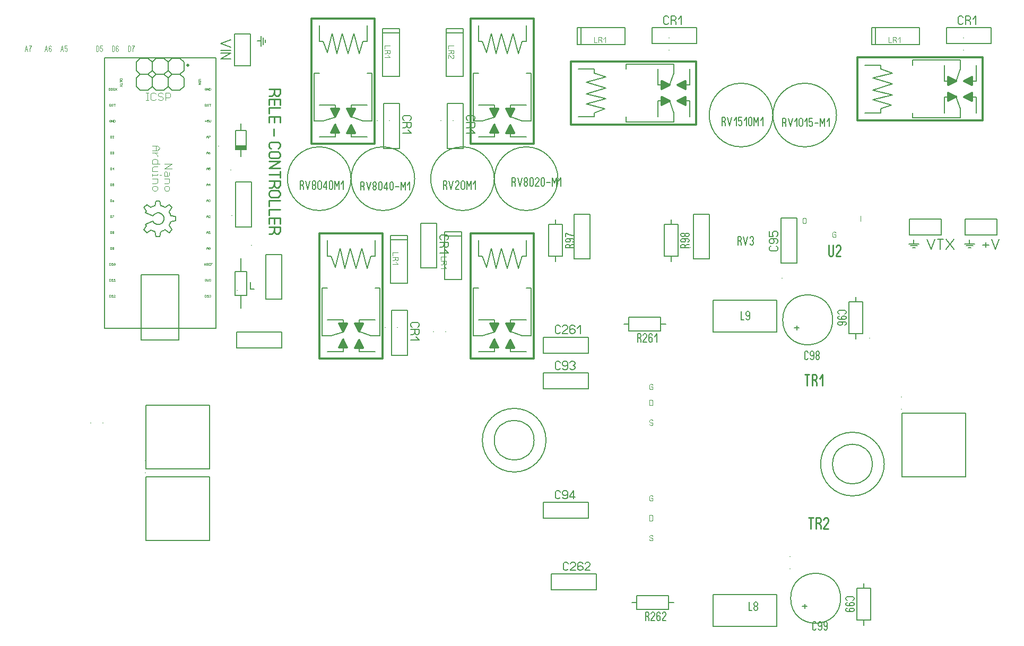
<source format=gbr>
%FSLAX34Y34*%
%MOMM*%
%LNSILK_TOP*%
G71*
G01*
%ADD10C,0.150*%
%ADD11C,0.144*%
%ADD12C,0.200*%
%ADD13C,0.111*%
%ADD14C,0.167*%
%ADD15C,0.206*%
%ADD16C,0.222*%
%ADD17C,0.127*%
%ADD18C,0.102*%
%ADD19C,0.050*%
%ADD20C,0.203*%
%ADD21C,0.500*%
%ADD22C,0.100*%
%ADD23C,0.300*%
%LPD*%
G54D10*
X226670Y370180D02*
X328270Y370180D01*
X328270Y268580D01*
X226670Y268580D01*
X226670Y370180D01*
G54D11*
X157687Y342127D02*
X157687Y342127D01*
G54D11*
X138187Y342127D02*
X138187Y342127D01*
G54D12*
G75*
G01X864870Y314580D02*
G03X864870Y314580I-50800J0D01*
G01*
G54D12*
G75*
G01X845820Y314580D02*
G03X845820Y314580I-31750J0D01*
G01*
G54D12*
G75*
G01X1404620Y276480D02*
G03X1404620Y276480I-50800J0D01*
G01*
G54D12*
G75*
G01X1385570Y276480D02*
G03X1385570Y276480I-31750J0D01*
G01*
G54D13*
X1366520Y663830D02*
X1366520Y672719D01*
G54D13*
X1324737Y642874D02*
X1327403Y642874D01*
X1327403Y640097D01*
X1326737Y638986D01*
X1325403Y638430D01*
X1324070Y638430D01*
X1322737Y638986D01*
X1322070Y640097D01*
X1322070Y645652D01*
X1322737Y646763D01*
X1324070Y647319D01*
X1325403Y647319D01*
X1326737Y646763D01*
X1327403Y645652D01*
G54D13*
X1279778Y667877D02*
X1279778Y662322D01*
X1279112Y661211D01*
X1277778Y660655D01*
X1276445Y660655D01*
X1275112Y661211D01*
X1274445Y662322D01*
X1274445Y667877D01*
X1275112Y668988D01*
X1276445Y669544D01*
X1277778Y669544D01*
X1279112Y668988D01*
X1279778Y667877D01*
G54D10*
X1265554Y669251D02*
X1240154Y669251D01*
X1240154Y597651D01*
X1265554Y597651D01*
X1265554Y669251D01*
G54D14*
X1232262Y624595D02*
X1233929Y623595D01*
X1234762Y621595D01*
X1234762Y619595D01*
X1233929Y617595D01*
X1232262Y616595D01*
X1223929Y616595D01*
X1222262Y617595D01*
X1221429Y619595D01*
X1221429Y621595D01*
X1222262Y623595D01*
X1223929Y624595D01*
G54D14*
X1232262Y628262D02*
X1233929Y629262D01*
X1234762Y631262D01*
X1234762Y633262D01*
X1233929Y635262D01*
X1232262Y636262D01*
X1228096Y636262D01*
X1227262Y636262D01*
X1228929Y633262D01*
X1228929Y631262D01*
X1228096Y629262D01*
X1226429Y628262D01*
X1223929Y628262D01*
X1222262Y629262D01*
X1221429Y631262D01*
X1221429Y633262D01*
X1222262Y635262D01*
X1223929Y636262D01*
X1228096Y636262D01*
G54D14*
X1221429Y647929D02*
X1221429Y639929D01*
X1227262Y639929D01*
X1227262Y640929D01*
X1226429Y642929D01*
X1226429Y644929D01*
X1227262Y646929D01*
X1228929Y647929D01*
X1232262Y647929D01*
X1233929Y646929D01*
X1234762Y644929D01*
X1234762Y642929D01*
X1233929Y640929D01*
X1232262Y639929D01*
G54D10*
X1053357Y658731D02*
X1075532Y658731D01*
X1075532Y608031D01*
X1053357Y608031D01*
X1053357Y658731D01*
G54D10*
X1064444Y658931D02*
X1064444Y666831D01*
G54D10*
X1064444Y607931D02*
X1064444Y600031D01*
G54D14*
X1086702Y624457D02*
X1088369Y626457D01*
X1090036Y627123D01*
X1093369Y627123D01*
G54D14*
X1093369Y621790D02*
X1080036Y621790D01*
X1080036Y625123D01*
X1080869Y626457D01*
X1082536Y627123D01*
X1084202Y627123D01*
X1085869Y626457D01*
X1086702Y625123D01*
X1086702Y621790D01*
G54D14*
X1090869Y630790D02*
X1092536Y631457D01*
X1093369Y632790D01*
X1093369Y634123D01*
X1092536Y635457D01*
X1090869Y636123D01*
X1086702Y636123D01*
X1085869Y636123D01*
X1087536Y634123D01*
X1087536Y632790D01*
X1086702Y631457D01*
X1085036Y630790D01*
X1082536Y630790D01*
X1080869Y631457D01*
X1080036Y632790D01*
X1080036Y634123D01*
X1080869Y635457D01*
X1082536Y636123D01*
X1086702Y636123D01*
G54D14*
X1086702Y643123D02*
X1086702Y641790D01*
X1085869Y640457D01*
X1084202Y639790D01*
X1082536Y639790D01*
X1080869Y640457D01*
X1080036Y641790D01*
X1080036Y643123D01*
X1080869Y644457D01*
X1082536Y645123D01*
X1084202Y645123D01*
X1085869Y644457D01*
X1086702Y643123D01*
X1087536Y644457D01*
X1089202Y645123D01*
X1090869Y645123D01*
X1092536Y644457D01*
X1093369Y643123D01*
X1093369Y641790D01*
X1092536Y640457D01*
X1090869Y639790D01*
X1089202Y639790D01*
X1087536Y640457D01*
X1086702Y641790D01*
G54D10*
X1125854Y675601D02*
X1100454Y675601D01*
X1100454Y604001D01*
X1125854Y604001D01*
X1125854Y675601D01*
G54D14*
X1095062Y622945D02*
X1095062Y622945D01*
G54D10*
X869207Y658731D02*
X891382Y658731D01*
X891382Y608031D01*
X869207Y608031D01*
X869207Y658731D01*
G54D10*
X880294Y658931D02*
X880294Y666831D01*
G54D10*
X880294Y607931D02*
X880294Y600031D01*
G54D14*
X902552Y624457D02*
X904219Y626457D01*
X905886Y627123D01*
X909219Y627123D01*
G54D14*
X909219Y621790D02*
X895886Y621790D01*
X895886Y625123D01*
X896719Y626457D01*
X898386Y627123D01*
X900052Y627123D01*
X901719Y626457D01*
X902552Y625123D01*
X902552Y621790D01*
G54D14*
X906719Y630790D02*
X908386Y631457D01*
X909219Y632790D01*
X909219Y634123D01*
X908386Y635457D01*
X906719Y636123D01*
X902552Y636123D01*
X901719Y636123D01*
X903386Y634123D01*
X903386Y632790D01*
X902552Y631457D01*
X900886Y630790D01*
X898386Y630790D01*
X896719Y631457D01*
X895886Y632790D01*
X895886Y634123D01*
X896719Y635457D01*
X898386Y636123D01*
X902552Y636123D01*
G54D14*
X895886Y639790D02*
X895886Y645123D01*
X897552Y644457D01*
X900052Y643123D01*
X903386Y641790D01*
X905886Y641123D01*
X909219Y641123D01*
G54D13*
X1032637Y399924D02*
X1035303Y399924D01*
X1035303Y397147D01*
X1034637Y396036D01*
X1033303Y395480D01*
X1031970Y395480D01*
X1030637Y396036D01*
X1029970Y397147D01*
X1029970Y402702D01*
X1030637Y403813D01*
X1031970Y404369D01*
X1033303Y404369D01*
X1034637Y403813D01*
X1035303Y402702D01*
G54D13*
X1029970Y370080D02*
X1029970Y378969D01*
X1033303Y378969D01*
X1034637Y378413D01*
X1035303Y377302D01*
X1035303Y371747D01*
X1034637Y370636D01*
X1033303Y370080D01*
X1029970Y370080D01*
G54D13*
X1029970Y185930D02*
X1029970Y194819D01*
X1033303Y194819D01*
X1034637Y194263D01*
X1035303Y193152D01*
X1035303Y187597D01*
X1034637Y186486D01*
X1033303Y185930D01*
X1029970Y185930D01*
G54D13*
X1029970Y339997D02*
X1030637Y338886D01*
X1031970Y338330D01*
X1033303Y338330D01*
X1034637Y338886D01*
X1035303Y339997D01*
X1035303Y341108D01*
X1034637Y342219D01*
X1033303Y342774D01*
X1031970Y342774D01*
X1030637Y343330D01*
X1029970Y344441D01*
X1029970Y345552D01*
X1030637Y346663D01*
X1031970Y347219D01*
X1033303Y347219D01*
X1034637Y346663D01*
X1035303Y345552D01*
G54D13*
X1029970Y155847D02*
X1030637Y154736D01*
X1031970Y154180D01*
X1033303Y154180D01*
X1034637Y154736D01*
X1035303Y155847D01*
X1035303Y156958D01*
X1034637Y158069D01*
X1033303Y158624D01*
X1031970Y158624D01*
X1030637Y159180D01*
X1029970Y160291D01*
X1029970Y161402D01*
X1030637Y162513D01*
X1031970Y163069D01*
X1033303Y163069D01*
X1034637Y162513D01*
X1035303Y161402D01*
G54D13*
X1032637Y222124D02*
X1035303Y222124D01*
X1035303Y219347D01*
X1034637Y218236D01*
X1033303Y217680D01*
X1031970Y217680D01*
X1030637Y218236D01*
X1029970Y219347D01*
X1029970Y224902D01*
X1030637Y226013D01*
X1031970Y226569D01*
X1033303Y226569D01*
X1034637Y226013D01*
X1035303Y224902D01*
G54D10*
X932268Y396604D02*
X932268Y422005D01*
X860668Y422004D01*
X860668Y396604D01*
X932268Y396604D01*
G54D14*
X887613Y429896D02*
X886613Y428229D01*
X884613Y427396D01*
X882613Y427396D01*
X880613Y428229D01*
X879613Y429896D01*
X879613Y438229D01*
X880613Y439896D01*
X882613Y440729D01*
X884613Y440729D01*
X886613Y439896D01*
X887613Y438229D01*
G54D14*
X891280Y429896D02*
X892280Y428229D01*
X894280Y427396D01*
X896280Y427396D01*
X898280Y428229D01*
X899280Y429896D01*
X899280Y434063D01*
X899280Y434896D01*
X896280Y433229D01*
X894280Y433229D01*
X892280Y434063D01*
X891280Y435729D01*
X891280Y438229D01*
X892280Y439896D01*
X894280Y440729D01*
X896280Y440729D01*
X898280Y439896D01*
X899280Y438229D01*
X899280Y434063D01*
G54D14*
X902947Y438229D02*
X903947Y439896D01*
X905947Y440729D01*
X907947Y440729D01*
X909947Y439896D01*
X910947Y438229D01*
X910947Y436563D01*
X909947Y434896D01*
X907947Y434063D01*
X909947Y433229D01*
X910947Y431563D01*
X910947Y429896D01*
X909947Y428229D01*
X907947Y427396D01*
X905947Y427396D01*
X903947Y428229D01*
X902947Y429896D01*
G54D10*
X932268Y190229D02*
X932268Y215630D01*
X860668Y215630D01*
X860668Y190229D01*
X932268Y190229D01*
G54D14*
X887613Y223521D02*
X886613Y221854D01*
X884613Y221021D01*
X882613Y221021D01*
X880613Y221854D01*
X879613Y223521D01*
X879613Y231854D01*
X880613Y233521D01*
X882613Y234354D01*
X884613Y234354D01*
X886613Y233521D01*
X887613Y231854D01*
G54D14*
X891280Y223521D02*
X892280Y221854D01*
X894280Y221021D01*
X896280Y221021D01*
X898280Y221854D01*
X899280Y223521D01*
X899280Y227688D01*
X899280Y228521D01*
X896280Y226854D01*
X894280Y226854D01*
X892280Y227688D01*
X891280Y229354D01*
X891280Y231854D01*
X892280Y233521D01*
X894280Y234354D01*
X896280Y234354D01*
X898280Y233521D01*
X899280Y231854D01*
X899280Y227688D01*
G54D14*
X908947Y221021D02*
X908947Y234354D01*
X902947Y226021D01*
X902947Y224354D01*
X910947Y224354D01*
G54D10*
X932268Y453754D02*
X932268Y479155D01*
X860668Y479154D01*
X860668Y453754D01*
X932268Y453754D01*
G54D14*
X887613Y487046D02*
X886613Y485379D01*
X884613Y484546D01*
X882613Y484546D01*
X880613Y485379D01*
X879613Y487046D01*
X879613Y495379D01*
X880613Y497046D01*
X882613Y497879D01*
X884613Y497879D01*
X886613Y497046D01*
X887613Y495379D01*
G54D14*
X899280Y484546D02*
X891280Y484546D01*
X891280Y485379D01*
X892280Y487046D01*
X898280Y492046D01*
X899280Y493713D01*
X899280Y495379D01*
X898280Y497046D01*
X896280Y497879D01*
X894280Y497879D01*
X892280Y497046D01*
X891280Y495379D01*
G54D14*
X910947Y495379D02*
X909947Y497046D01*
X907947Y497879D01*
X905947Y497879D01*
X903947Y497046D01*
X902947Y495379D01*
X902947Y491213D01*
X902947Y490379D01*
X905947Y492046D01*
X907947Y492046D01*
X909947Y491213D01*
X910947Y489546D01*
X910947Y487046D01*
X909947Y485379D01*
X907947Y484546D01*
X905947Y484546D01*
X903947Y485379D01*
X902947Y487046D01*
X902947Y491213D01*
G54D14*
X914614Y492879D02*
X919614Y497879D01*
X919614Y484546D01*
G54D10*
X944968Y75929D02*
X944968Y101330D01*
X873368Y101329D01*
X873368Y75929D01*
X944968Y75929D01*
G54D14*
X900313Y109221D02*
X899313Y107554D01*
X897313Y106721D01*
X895313Y106721D01*
X893313Y107554D01*
X892313Y109221D01*
X892313Y117554D01*
X893313Y119221D01*
X895313Y120054D01*
X897313Y120054D01*
X899313Y119221D01*
X900313Y117554D01*
G54D14*
X911980Y106721D02*
X903980Y106721D01*
X903980Y107554D01*
X904980Y109221D01*
X910980Y114221D01*
X911980Y115888D01*
X911980Y117554D01*
X910980Y119221D01*
X908980Y120054D01*
X906980Y120054D01*
X904980Y119221D01*
X903980Y117554D01*
G54D14*
X923647Y117554D02*
X922647Y119221D01*
X920647Y120054D01*
X918647Y120054D01*
X916647Y119221D01*
X915647Y117554D01*
X915647Y113388D01*
X915647Y112554D01*
X918647Y114221D01*
X920647Y114221D01*
X922647Y113388D01*
X923647Y111721D01*
X923647Y109221D01*
X922647Y107554D01*
X920647Y106721D01*
X918647Y106721D01*
X916647Y107554D01*
X915647Y109221D01*
X915647Y113388D01*
G54D14*
X935314Y106721D02*
X927314Y106721D01*
X927314Y107554D01*
X928314Y109221D01*
X934314Y114221D01*
X935314Y115888D01*
X935314Y117554D01*
X934314Y119221D01*
X932314Y120054D01*
X930314Y120054D01*
X928314Y119221D01*
X927314Y117554D01*
G54D10*
X1047955Y511096D02*
X1047955Y488921D01*
X997255Y488921D01*
X997255Y511096D01*
X1047955Y511096D01*
G54D10*
X1048155Y500008D02*
X1056055Y500008D01*
G54D10*
X997155Y500008D02*
X989255Y500008D01*
G54D14*
X1013681Y477750D02*
X1015681Y476084D01*
X1016347Y474417D01*
X1016347Y471084D01*
G54D14*
X1011014Y471084D02*
X1011014Y484417D01*
X1014347Y484417D01*
X1015681Y483584D01*
X1016347Y481917D01*
X1016347Y480250D01*
X1015681Y478584D01*
X1014347Y477750D01*
X1011014Y477750D01*
G54D14*
X1025347Y471084D02*
X1020014Y471084D01*
X1020014Y471917D01*
X1020681Y473584D01*
X1024681Y478584D01*
X1025347Y480250D01*
X1025347Y481917D01*
X1024681Y483584D01*
X1023347Y484417D01*
X1022014Y484417D01*
X1020681Y483584D01*
X1020014Y481917D01*
G54D14*
X1034347Y481917D02*
X1033681Y483584D01*
X1032347Y484417D01*
X1031014Y484417D01*
X1029681Y483584D01*
X1029014Y481917D01*
X1029014Y477750D01*
X1029014Y476917D01*
X1031014Y478584D01*
X1032347Y478584D01*
X1033681Y477750D01*
X1034347Y476084D01*
X1034347Y473584D01*
X1033681Y471917D01*
X1032347Y471084D01*
X1031014Y471084D01*
X1029681Y471917D01*
X1029014Y473584D01*
X1029014Y477750D01*
G54D14*
X1038014Y479417D02*
X1041347Y484417D01*
X1041347Y471084D01*
G54D10*
X1060655Y66596D02*
X1060655Y44421D01*
X1009955Y44421D01*
X1009955Y66596D01*
X1060655Y66596D01*
G54D10*
X1060855Y55508D02*
X1068755Y55508D01*
G54D10*
X1009855Y55508D02*
X1001955Y55508D01*
G54D14*
X1026381Y33250D02*
X1028381Y31584D01*
X1029047Y29917D01*
X1029047Y26584D01*
G54D14*
X1023714Y26584D02*
X1023714Y39917D01*
X1027047Y39917D01*
X1028381Y39084D01*
X1029047Y37417D01*
X1029047Y35750D01*
X1028381Y34084D01*
X1027047Y33250D01*
X1023714Y33250D01*
G54D14*
X1038047Y26584D02*
X1032714Y26584D01*
X1032714Y27417D01*
X1033381Y29084D01*
X1037381Y34084D01*
X1038047Y35750D01*
X1038047Y37417D01*
X1037381Y39084D01*
X1036047Y39917D01*
X1034714Y39917D01*
X1033381Y39084D01*
X1032714Y37417D01*
G54D14*
X1047047Y37417D02*
X1046381Y39084D01*
X1045047Y39917D01*
X1043714Y39917D01*
X1042381Y39084D01*
X1041714Y37417D01*
X1041714Y33250D01*
X1041714Y32417D01*
X1043714Y34084D01*
X1045047Y34084D01*
X1046381Y33250D01*
X1047047Y31584D01*
X1047047Y29084D01*
X1046381Y27417D01*
X1045047Y26584D01*
X1043714Y26584D01*
X1042381Y27417D01*
X1041714Y29084D01*
X1041714Y33250D01*
G54D14*
X1056047Y26584D02*
X1050714Y26584D01*
X1050714Y27417D01*
X1051381Y29084D01*
X1055381Y34084D01*
X1056047Y35750D01*
X1056047Y37417D01*
X1055381Y39084D01*
X1054047Y39917D01*
X1052714Y39917D01*
X1051381Y39084D01*
X1050714Y37417D01*
G54D10*
X1261120Y494030D02*
X1268720Y494030D01*
G54D10*
X1264920Y497830D02*
X1264920Y490230D01*
G54D10*
G75*
G01X1322276Y506730D02*
G03X1322276Y506730I-39850J0D01*
G01*
G54D15*
X1241826Y573330D02*
X1241826Y573330D01*
G54D15*
X1381526Y477630D02*
X1381526Y477630D01*
G54D10*
X1273820Y49530D02*
X1281420Y49530D01*
G54D10*
X1277620Y53330D02*
X1277620Y45730D01*
G54D10*
G75*
G01X1334976Y62230D02*
G03X1334976Y62230I-39850J0D01*
G01*
G54D15*
X1254526Y128830D02*
X1254526Y128830D01*
G54D15*
X1254526Y109330D02*
X1254526Y109330D01*
G54D12*
X1473058Y635514D02*
X1479058Y619514D01*
X1485058Y635514D01*
G54D12*
X1494258Y619514D02*
X1494258Y635514D01*
G54D12*
X1489458Y635514D02*
X1499058Y635514D01*
G54D12*
X1503458Y635514D02*
X1515458Y619514D01*
G54D12*
X1503458Y619514D02*
X1515458Y635514D01*
G54D10*
X1445008Y641865D02*
X1445009Y667265D01*
X1495808Y667265D01*
X1495808Y641865D01*
X1445008Y641865D01*
G54D12*
X1451881Y634467D02*
X1451882Y628116D01*
G54D12*
X1459819Y628116D02*
X1443944Y628117D01*
G54D12*
X1446325Y624942D02*
X1457438Y624942D01*
G54D12*
X1454263Y621767D02*
X1449500Y621767D01*
G54D10*
X1370259Y484731D02*
X1348084Y484731D01*
X1348084Y535431D01*
X1370259Y535431D01*
X1370259Y484731D01*
G54D10*
X1359172Y484531D02*
X1359172Y476631D01*
G54D10*
X1359172Y535531D02*
X1359172Y543431D01*
G54D14*
X1332747Y516339D02*
X1331081Y517005D01*
X1330247Y518339D01*
X1330247Y519672D01*
X1331081Y521005D01*
X1332747Y521672D01*
X1341081Y521672D01*
X1342747Y521005D01*
X1343581Y519672D01*
X1343581Y518339D01*
X1342747Y517005D01*
X1341081Y516339D01*
G54D14*
X1332747Y512672D02*
X1331081Y512005D01*
X1330247Y510672D01*
X1330247Y509339D01*
X1331081Y508005D01*
X1332747Y507339D01*
X1336914Y507339D01*
X1337747Y507339D01*
X1336081Y509339D01*
X1336081Y510672D01*
X1336914Y512005D01*
X1338581Y512672D01*
X1341081Y512672D01*
X1342747Y512005D01*
X1343581Y510672D01*
X1343581Y509339D01*
X1342747Y508005D01*
X1341081Y507339D01*
X1336914Y507339D01*
G54D14*
X1341081Y498339D02*
X1342747Y499005D01*
X1343581Y500339D01*
X1343581Y501672D01*
X1342747Y503005D01*
X1341081Y503672D01*
X1336914Y503672D01*
X1336081Y503672D01*
X1337747Y501672D01*
X1337747Y500339D01*
X1336914Y499005D01*
X1335247Y498339D01*
X1332747Y498339D01*
X1331081Y499005D01*
X1330247Y500339D01*
X1330247Y501672D01*
X1331081Y503005D01*
X1332747Y503672D01*
X1336914Y503672D01*
G54D12*
X1561958Y626514D02*
X1571558Y626514D01*
G54D12*
X1566758Y630514D02*
X1566758Y622514D01*
G54D12*
X1575958Y635514D02*
X1581958Y619514D01*
X1587958Y635514D01*
G54D10*
X1533908Y641865D02*
X1533909Y667265D01*
X1584708Y667265D01*
X1584708Y641865D01*
X1533908Y641865D01*
G54D12*
X1540781Y634467D02*
X1540782Y628116D01*
G54D12*
X1548719Y628116D02*
X1532844Y628117D01*
G54D12*
X1535225Y624942D02*
X1546338Y624942D01*
G54D12*
X1543163Y621767D02*
X1538400Y621767D01*
G54D10*
X1433170Y357480D02*
X1534770Y357480D01*
X1534770Y255880D01*
X1433170Y255880D01*
X1433170Y357480D01*
G54D11*
X1432420Y384230D02*
X1432420Y384230D01*
G54D11*
X1432420Y364730D02*
X1432420Y364730D01*
G54D12*
X1131570Y68580D02*
X1233170Y68580D01*
X1233170Y17780D01*
X1131570Y17780D01*
X1131570Y68580D01*
G54D12*
X1131570Y538480D02*
X1233170Y538480D01*
X1233170Y487680D01*
X1131570Y487680D01*
X1131570Y538480D01*
G54D14*
X1173814Y633105D02*
X1175814Y631439D01*
X1176481Y629772D01*
X1176481Y626439D01*
G54D14*
X1171148Y626439D02*
X1171148Y639772D01*
X1174481Y639772D01*
X1175814Y638939D01*
X1176481Y637272D01*
X1176481Y635605D01*
X1175814Y633939D01*
X1174481Y633105D01*
X1171148Y633105D01*
G54D14*
X1180148Y639772D02*
X1183481Y626439D01*
X1186814Y639772D01*
G54D14*
X1190482Y637272D02*
X1191148Y638939D01*
X1192482Y639772D01*
X1193815Y639772D01*
X1195148Y638939D01*
X1195815Y637272D01*
X1195815Y635605D01*
X1195148Y633939D01*
X1193815Y633105D01*
X1195148Y632272D01*
X1195815Y630605D01*
X1195815Y628939D01*
X1195148Y627272D01*
X1193815Y626439D01*
X1192482Y626439D01*
X1191148Y627272D01*
X1190482Y628939D01*
G54D14*
X1176020Y520063D02*
X1176020Y506730D01*
X1180687Y506730D01*
G54D14*
X1184354Y509230D02*
X1185021Y507563D01*
X1186354Y506730D01*
X1187687Y506730D01*
X1189021Y507563D01*
X1189687Y509230D01*
X1189687Y513397D01*
X1189687Y514230D01*
X1187687Y512563D01*
X1186354Y512563D01*
X1185021Y513397D01*
X1184354Y515063D01*
X1184354Y517563D01*
X1185021Y519230D01*
X1186354Y520063D01*
X1187687Y520063D01*
X1189021Y519230D01*
X1189687Y517563D01*
X1189687Y513397D01*
G54D14*
X1188720Y56513D02*
X1188720Y43180D01*
X1193387Y43180D01*
G54D14*
X1200387Y49847D02*
X1199054Y49847D01*
X1197721Y50680D01*
X1197054Y52347D01*
X1197054Y54013D01*
X1197721Y55680D01*
X1199054Y56513D01*
X1200387Y56513D01*
X1201721Y55680D01*
X1202387Y54013D01*
X1202387Y52347D01*
X1201721Y50680D01*
X1200387Y49847D01*
X1201721Y49013D01*
X1202387Y47347D01*
X1202387Y45680D01*
X1201721Y44013D01*
X1200387Y43180D01*
X1199054Y43180D01*
X1197721Y44013D01*
X1197054Y45680D01*
X1197054Y47347D01*
X1197721Y49013D01*
X1199054Y49847D01*
G54D14*
X1282953Y445730D02*
X1282287Y444063D01*
X1280953Y443230D01*
X1279620Y443230D01*
X1278287Y444063D01*
X1277620Y445730D01*
X1277620Y454063D01*
X1278287Y455730D01*
X1279620Y456563D01*
X1280953Y456563D01*
X1282287Y455730D01*
X1282953Y454063D01*
G54D14*
X1286620Y445730D02*
X1287287Y444063D01*
X1288620Y443230D01*
X1289953Y443230D01*
X1291287Y444063D01*
X1291953Y445730D01*
X1291953Y449897D01*
X1291953Y450730D01*
X1289953Y449063D01*
X1288620Y449063D01*
X1287287Y449897D01*
X1286620Y451563D01*
X1286620Y454063D01*
X1287287Y455730D01*
X1288620Y456563D01*
X1289953Y456563D01*
X1291287Y455730D01*
X1291953Y454063D01*
X1291953Y449897D01*
G54D14*
X1298953Y449897D02*
X1297620Y449897D01*
X1296287Y450730D01*
X1295620Y452397D01*
X1295620Y454063D01*
X1296287Y455730D01*
X1297620Y456563D01*
X1298953Y456563D01*
X1300287Y455730D01*
X1300953Y454063D01*
X1300953Y452397D01*
X1300287Y450730D01*
X1298953Y449897D01*
X1300287Y449063D01*
X1300953Y447397D01*
X1300953Y445730D01*
X1300287Y444063D01*
X1298953Y443230D01*
X1297620Y443230D01*
X1296287Y444063D01*
X1295620Y445730D01*
X1295620Y447397D01*
X1296287Y449063D01*
X1297620Y449897D01*
G54D14*
X1295653Y13930D02*
X1294987Y12263D01*
X1293653Y11430D01*
X1292320Y11430D01*
X1290987Y12263D01*
X1290320Y13930D01*
X1290320Y22263D01*
X1290987Y23930D01*
X1292320Y24763D01*
X1293653Y24763D01*
X1294987Y23930D01*
X1295653Y22263D01*
G54D14*
X1299320Y13930D02*
X1299987Y12263D01*
X1301320Y11430D01*
X1302653Y11430D01*
X1303987Y12263D01*
X1304653Y13930D01*
X1304653Y18097D01*
X1304653Y18930D01*
X1302653Y17263D01*
X1301320Y17263D01*
X1299987Y18097D01*
X1299320Y19763D01*
X1299320Y22263D01*
X1299987Y23930D01*
X1301320Y24763D01*
X1302653Y24763D01*
X1303987Y23930D01*
X1304653Y22263D01*
X1304653Y18097D01*
G54D14*
X1308320Y13930D02*
X1308987Y12263D01*
X1310320Y11430D01*
X1311653Y11430D01*
X1312987Y12263D01*
X1313653Y13930D01*
X1313653Y18097D01*
X1313653Y18930D01*
X1311653Y17263D01*
X1310320Y17263D01*
X1308987Y18097D01*
X1308320Y19763D01*
X1308320Y22263D01*
X1308987Y23930D01*
X1310320Y24763D01*
X1311653Y24763D01*
X1312987Y23930D01*
X1313653Y22263D01*
X1313653Y18097D01*
G54D16*
X1315720Y626108D02*
X1315720Y611663D01*
X1316609Y609441D01*
X1318387Y608330D01*
X1320164Y608330D01*
X1321942Y609441D01*
X1322831Y611663D01*
X1322831Y626108D01*
G54D16*
X1334831Y608330D02*
X1327720Y608330D01*
X1327720Y609441D01*
X1328609Y611663D01*
X1333942Y618330D01*
X1334831Y620552D01*
X1334831Y622774D01*
X1333942Y624997D01*
X1332164Y626108D01*
X1330387Y626108D01*
X1328609Y624997D01*
X1327720Y622774D01*
G54D10*
X1382959Y27531D02*
X1360784Y27531D01*
X1360784Y78231D01*
X1382959Y78231D01*
X1382959Y27531D01*
G54D10*
X1371872Y27331D02*
X1371872Y19431D01*
G54D10*
X1371872Y78331D02*
X1371872Y86231D01*
G54D14*
X1345447Y59139D02*
X1343780Y59805D01*
X1342947Y61139D01*
X1342947Y62472D01*
X1343780Y63805D01*
X1345447Y64472D01*
X1353780Y64472D01*
X1355447Y63805D01*
X1356280Y62472D01*
X1356280Y61139D01*
X1355447Y59805D01*
X1353780Y59139D01*
G54D14*
X1345447Y55472D02*
X1343780Y54805D01*
X1342947Y53472D01*
X1342947Y52139D01*
X1343780Y50805D01*
X1345447Y50139D01*
X1349614Y50139D01*
X1350447Y50139D01*
X1348780Y52139D01*
X1348780Y53472D01*
X1349614Y54805D01*
X1351280Y55472D01*
X1353780Y55472D01*
X1355447Y54805D01*
X1356280Y53472D01*
X1356280Y52139D01*
X1355447Y50805D01*
X1353780Y50139D01*
X1349614Y50139D01*
G54D14*
X1345447Y46472D02*
X1343780Y45806D01*
X1342947Y44472D01*
X1342947Y43139D01*
X1343780Y41806D01*
X1345447Y41139D01*
X1349614Y41139D01*
X1350447Y41139D01*
X1348780Y43139D01*
X1348780Y44472D01*
X1349614Y45806D01*
X1351280Y46472D01*
X1353780Y46472D01*
X1355447Y45806D01*
X1356280Y44472D01*
X1356280Y43139D01*
X1355447Y41806D01*
X1353780Y41139D01*
X1349614Y41139D01*
G54D17*
X160235Y493369D02*
X160235Y925169D01*
X338035Y925169D01*
X338035Y493369D01*
X160235Y493369D01*
G54D17*
X278853Y474827D02*
X278853Y578967D01*
X219163Y578967D01*
X219163Y474827D01*
X278853Y474827D01*
G54D18*
X257761Y861250D02*
X263608Y861250D01*
X265556Y863198D01*
X265556Y867097D01*
X263608Y869045D01*
X257761Y869045D01*
X257761Y857351D01*
G54D18*
X253862Y867097D02*
X251914Y869045D01*
X248015Y869045D01*
X246066Y867097D01*
X246066Y865146D01*
X248015Y863198D01*
X251914Y863198D01*
X253862Y861250D01*
X253862Y859299D01*
X251914Y857351D01*
X248015Y857351D01*
X246066Y859299D01*
G54D18*
X242168Y859299D02*
X240219Y857351D01*
X236320Y857351D01*
X234372Y859299D01*
X234372Y867097D01*
X236320Y869045D01*
X240219Y869045D01*
X242168Y867097D01*
G54D18*
X230476Y869045D02*
X226577Y869045D01*
G54D18*
X228525Y869045D02*
X228525Y857351D01*
G54D18*
X226577Y857351D02*
X230476Y857351D01*
G54D18*
X242790Y784773D02*
X242790Y776975D01*
G54D18*
X236943Y784773D02*
X244738Y784773D01*
X248637Y780874D01*
X244738Y776975D01*
X236943Y776975D01*
G54D18*
X236943Y773079D02*
X244738Y773079D01*
G54D18*
X240842Y773079D02*
X244738Y769180D01*
X244738Y767232D01*
G54D18*
X244738Y755538D02*
X244738Y761385D01*
X242790Y763333D01*
X238891Y763333D01*
X236943Y761385D01*
X236943Y755538D01*
X248637Y755538D01*
G54D18*
X244738Y751639D02*
X238891Y751639D01*
X236943Y749691D01*
X236943Y743844D01*
X244738Y743844D01*
G54D18*
X244738Y739945D02*
X244738Y737996D01*
X236943Y737996D01*
G54D18*
X236943Y739944D02*
X236943Y736048D01*
G54D18*
X236943Y732149D02*
X244738Y732149D01*
X244738Y726302D01*
X242790Y724354D01*
X236943Y724354D01*
G54D18*
X242790Y720455D02*
X238891Y720455D01*
X236943Y718507D01*
X236943Y714608D01*
X238891Y712660D01*
X242790Y712660D01*
X244738Y714608D01*
X244738Y718507D01*
X242790Y720455D01*
G54D18*
X255993Y714608D02*
X255993Y718507D01*
X257941Y720455D01*
X261840Y720455D01*
X263788Y718507D01*
X263788Y714608D01*
X261840Y712660D01*
X257941Y712660D01*
X255993Y714608D01*
G54D18*
X255993Y724354D02*
X261840Y724354D01*
X263788Y726302D01*
X263788Y732149D01*
X255993Y732149D01*
G54D18*
X259892Y736048D02*
X259892Y741895D01*
X257941Y743844D01*
X255993Y741895D01*
X255993Y736048D01*
X261840Y736048D01*
X263788Y737996D01*
X263788Y741895D01*
G54D18*
X267687Y747740D02*
X255993Y747740D01*
X267687Y755538D01*
X255993Y755538D01*
G54D18*
X250585Y737996D02*
X248637Y737996D01*
G54D19*
X184492Y892022D02*
X188050Y892022D01*
X188050Y890242D01*
X187459Y889650D01*
X185086Y889649D01*
X184492Y890242D01*
X184492Y892022D01*
G54D19*
X186864Y888514D02*
X188050Y887328D01*
X184492Y887328D01*
G54D19*
X184492Y888514D02*
X184492Y886142D01*
G54D19*
X184492Y883820D02*
X188050Y883820D01*
G54D19*
X188050Y885006D02*
X188050Y882634D01*
G54D19*
X188050Y881496D02*
X184492Y879124D01*
G54D19*
X184492Y881496D02*
X188050Y879124D01*
G54D19*
X179610Y876784D02*
X177238Y873226D01*
G54D19*
X176100Y873226D02*
X174913Y874412D01*
G54D19*
X173727Y873226D02*
X173727Y876785D01*
X175508Y876785D01*
X176100Y876193D01*
X176100Y875006D01*
X175508Y874412D01*
X173727Y874412D01*
G54D19*
X177238Y876785D02*
X179610Y873226D01*
G54D19*
X172000Y873226D02*
X172592Y873820D01*
X172592Y876193D01*
X172000Y876785D01*
X170814Y876784D01*
X170220Y876193D01*
X170220Y873820D01*
X170814Y873226D01*
X172000Y873226D01*
G54D19*
X168492Y873226D02*
X169084Y873820D01*
X169084Y876193D01*
X168492Y876784D01*
X166712Y876784D01*
X166712Y873226D01*
X168492Y873226D01*
G54D19*
X167982Y847826D02*
X167982Y851385D01*
X169762Y851385D01*
X170354Y850793D01*
X170354Y849607D01*
X169762Y849012D01*
X167982Y849012D01*
G54D19*
X173862Y850793D02*
X173270Y851384D01*
X172084Y851385D01*
X171490Y850793D01*
X171490Y850198D01*
X172084Y849606D01*
X173270Y849606D01*
X173862Y849012D01*
X173862Y848420D01*
X173270Y847826D01*
X172084Y847826D01*
X171490Y848420D01*
G54D19*
X170354Y847826D02*
X169168Y849012D01*
G54D19*
X174997Y851385D02*
X177370Y851385D01*
G54D19*
X176183Y851384D02*
X176183Y847826D01*
G54D19*
X177370Y825393D02*
X176778Y825984D01*
X174997Y825984D01*
X174997Y822426D01*
X176778Y822426D01*
X177370Y823020D01*
X177370Y825393D01*
G54D19*
X173862Y825985D02*
X173862Y822426D01*
X171490Y825984D01*
X171490Y822426D01*
G54D19*
X170354Y825393D02*
X169762Y825985D01*
X168576Y825984D01*
X167982Y825393D01*
X167982Y823020D01*
X168576Y822426D01*
X169762Y822426D01*
X170354Y823020D01*
X170354Y824207D01*
X169168Y824207D01*
G54D19*
X169252Y797026D02*
X169252Y800585D01*
X171032Y800585D01*
X171624Y799993D01*
X171624Y797620D01*
X171032Y797026D01*
X169252Y797026D01*
G54D19*
X172760Y799993D02*
X173354Y800584D01*
X174540Y800585D01*
X175132Y799993D01*
X175132Y799398D01*
X172760Y797026D01*
X175132Y797026D01*
G54D19*
X172760Y774593D02*
X173354Y775185D01*
X174540Y775185D01*
X175132Y774593D01*
X175132Y773998D01*
X174540Y773407D01*
X175132Y772812D01*
X175132Y772220D01*
X174540Y771626D01*
X173354Y771626D01*
X172760Y772220D01*
G54D19*
X171032Y771626D02*
X171624Y772220D01*
X171624Y774593D01*
X171032Y775185D01*
X169252Y775185D01*
X169252Y771626D01*
X171032Y771626D01*
G54D19*
X173946Y773407D02*
X174540Y773407D01*
G54D19*
X171624Y749193D02*
X171032Y749785D01*
X169252Y749785D01*
X169252Y746226D01*
X171032Y746226D01*
X171624Y746820D01*
X171624Y749193D01*
G54D19*
X174540Y746226D02*
X174540Y749785D01*
X172760Y748007D01*
X175132Y748007D01*
G54D19*
X175132Y724385D02*
X172760Y724385D01*
X172760Y722607D01*
X173946Y723198D01*
X174540Y723198D01*
X175132Y722607D01*
X175132Y721420D01*
X174540Y720826D01*
X173354Y720826D01*
X172760Y721420D01*
G54D19*
X171032Y720826D02*
X171624Y721420D01*
X171624Y723793D01*
X171032Y724385D01*
X169252Y724385D01*
X169252Y720826D01*
X171032Y720826D01*
G54D19*
X171624Y698393D02*
X171032Y698985D01*
X169252Y698985D01*
X169252Y695426D01*
X171032Y695426D01*
X171624Y696020D01*
X171624Y698393D01*
G54D19*
X172760Y696020D02*
X172760Y697207D01*
X174540Y697207D01*
X175132Y696612D01*
X175132Y696020D01*
X174540Y695426D01*
X173354Y695426D01*
X172760Y696020D01*
G54D19*
X172760Y697207D02*
X173946Y698393D01*
X175132Y698985D01*
G54D19*
X172760Y670026D02*
X172760Y670620D01*
X175132Y672993D01*
X175132Y673585D01*
X172760Y673585D01*
G54D19*
X171624Y670620D02*
X171624Y672993D01*
X171032Y673585D01*
X169252Y673585D01*
X169252Y670026D01*
X171032Y670026D01*
X171624Y670620D01*
G54D19*
X174540Y646407D02*
X175132Y646998D01*
X175132Y647593D01*
X174540Y648185D01*
X173354Y648185D01*
X172760Y647593D01*
X172760Y646998D01*
X173354Y646407D01*
X174540Y646407D01*
X175132Y645812D01*
X175132Y645220D01*
X174540Y644626D01*
X173354Y644626D01*
X172760Y645220D01*
X172760Y645812D01*
X173354Y646407D01*
G54D19*
X171624Y645220D02*
X171624Y647593D01*
X171032Y648185D01*
X169252Y648185D01*
X169252Y644626D01*
X171032Y644626D01*
X171624Y645220D01*
G54D19*
X171624Y622193D02*
X171032Y622785D01*
X169252Y622785D01*
X169252Y619226D01*
X171032Y619226D01*
X171624Y619820D01*
X171624Y622193D01*
G54D19*
X172760Y619820D02*
X173354Y619226D01*
X174540Y619226D01*
X175132Y619820D01*
X175132Y622193D01*
X174540Y622785D01*
X173354Y622785D01*
X172760Y622193D01*
X172760Y621598D01*
X173354Y621007D01*
X175132Y621007D01*
G54D19*
X171490Y596198D02*
X172676Y597385D01*
X172676Y593826D01*
G54D19*
X171490Y593826D02*
X173862Y593826D01*
G54D19*
X175592Y593826D02*
X174997Y594420D01*
X177370Y596793D01*
X177370Y594420D01*
X176778Y593826D01*
X175592Y593826D01*
G54D19*
X174997Y594420D02*
X174997Y596793D01*
X175592Y597385D01*
X176778Y597385D01*
X177370Y596793D01*
G54D19*
X170354Y594420D02*
X170354Y596793D01*
X169762Y597385D01*
X167982Y597385D01*
X167982Y593826D01*
X169762Y593826D01*
X170354Y594420D01*
G54D19*
X170354Y571393D02*
X169762Y571985D01*
X167982Y571985D01*
X167982Y568426D01*
X169763Y568426D01*
X170354Y569020D01*
X170354Y571393D01*
G54D19*
X171490Y570798D02*
X172676Y571985D01*
X172676Y568426D01*
G54D19*
X171490Y568426D02*
X173862Y568426D01*
G54D19*
X174997Y568426D02*
X177370Y568426D01*
G54D19*
X176183Y568426D02*
X176183Y571985D01*
X174997Y570798D01*
G54D19*
X177370Y543026D02*
X174997Y543026D01*
X177370Y545398D01*
X177370Y545993D01*
X176778Y546585D01*
X175592Y546585D01*
X174997Y545993D01*
G54D19*
X173862Y543026D02*
X171490Y543026D01*
G54D19*
X172676Y543026D02*
X172676Y546585D01*
X171490Y545398D01*
G54D19*
X170354Y543620D02*
X170354Y545993D01*
X169762Y546585D01*
X167982Y546584D01*
X167982Y543026D01*
X169762Y543026D01*
X170354Y543620D01*
G54D19*
X320382Y543026D02*
X320382Y546585D01*
X322162Y546585D01*
X322754Y545993D01*
X322754Y543620D01*
X322162Y543026D01*
X320382Y543026D01*
G54D19*
X323890Y545398D02*
X325076Y546585D01*
X325076Y543026D01*
G54D19*
X323890Y543026D02*
X326262Y543026D01*
G54D19*
X327397Y543620D02*
X327992Y543026D01*
X329178Y543026D01*
X329770Y543620D01*
X329769Y544212D01*
X329178Y544807D01*
X328583Y544806D01*
G54D19*
X329178Y544807D02*
X329770Y545399D01*
X329770Y545993D01*
X329178Y546585D01*
X327992Y546585D01*
X327397Y545993D01*
G54D19*
X328583Y570207D02*
X329178Y570207D01*
X329770Y569612D01*
X329770Y569020D01*
X329178Y568426D01*
X327992Y568426D01*
X327397Y569020D01*
G54D19*
X329178Y570207D02*
X329770Y570798D01*
X329770Y571393D01*
X329178Y571984D01*
X327992Y571985D01*
X327397Y571393D01*
G54D19*
X326262Y571985D02*
X326262Y569612D01*
X325076Y568426D01*
X323890Y569612D01*
X323890Y571985D01*
G54D19*
X320382Y571393D02*
X320976Y571985D01*
X322162Y571985D01*
X322754Y571393D01*
X322754Y570798D01*
X322162Y570206D01*
X322754Y569612D01*
X322754Y569020D01*
X322162Y568426D01*
X320976Y568426D01*
X320382Y569020D01*
G54D19*
X321568Y570207D02*
X322162Y570206D01*
G54D19*
X321484Y593826D02*
X321484Y596198D01*
X320298Y597385D01*
X319112Y596198D01*
X319112Y593826D01*
G54D19*
X319112Y595606D02*
X321484Y595606D01*
G54D19*
X322620Y595012D02*
X324400Y595012D01*
X324992Y595607D01*
X324992Y596793D01*
X324400Y597385D01*
X322620Y597385D01*
X322620Y593826D01*
G54D19*
X323806Y595012D02*
X324992Y593826D01*
G54D19*
X328500Y597385D02*
X326127Y597385D01*
X326127Y593826D01*
X328500Y593826D01*
G54D19*
X329638Y593826D02*
X329638Y597385D01*
X332010Y597385D01*
G54D19*
X330824Y595607D02*
X329638Y595607D01*
G54D19*
X326127Y595607D02*
X327313Y595607D01*
G54D19*
X328210Y619226D02*
X327024Y619226D01*
X326430Y619820D01*
X328802Y622193D01*
X328802Y619820D01*
X328210Y619226D01*
G54D19*
X326430Y619820D02*
X326430Y622193D01*
X327024Y622784D01*
X328210Y622784D01*
X328802Y622193D01*
G54D19*
X322922Y619226D02*
X322922Y621598D01*
X324108Y622785D01*
X325294Y621598D01*
X325294Y619226D01*
G54D19*
X325294Y621007D02*
X322922Y621007D01*
G54D19*
X322922Y644626D02*
X322922Y646998D01*
X324108Y648185D01*
X325294Y646998D01*
X325294Y644626D01*
G54D19*
X326430Y644626D02*
X328802Y644626D01*
G54D19*
X327616Y644626D02*
X327616Y648185D01*
X326430Y646998D01*
G54D19*
X325294Y646407D02*
X322922Y646407D01*
G54D19*
X322922Y670026D02*
X322922Y672398D01*
X324108Y673585D01*
X325294Y672398D01*
X325294Y670026D01*
G54D19*
X328802Y670026D02*
X326430Y670026D01*
X328802Y672398D01*
X328802Y672993D01*
X328210Y673585D01*
X327024Y673585D01*
X326430Y672993D01*
G54D19*
X325294Y671807D02*
X322922Y671807D01*
G54D19*
X326430Y698393D02*
X327024Y698984D01*
X328210Y698984D01*
X328802Y698393D01*
X328802Y697798D01*
X328210Y697207D01*
X328802Y696612D01*
X328802Y696020D01*
X328210Y695426D01*
X327024Y695426D01*
X326430Y696020D01*
G54D19*
X325294Y695426D02*
X325294Y697798D01*
X324108Y698985D01*
X322922Y697798D01*
X322922Y695426D01*
G54D19*
X322922Y697207D02*
X325294Y697207D01*
G54D19*
X328210Y697207D02*
X327616Y697207D01*
G54D19*
X328210Y720826D02*
X328210Y724385D01*
X326430Y722606D01*
X328802Y722606D01*
G54D19*
X325294Y722607D02*
X322922Y722607D01*
G54D19*
X322922Y720826D02*
X322922Y723198D01*
X324108Y724385D01*
X325294Y723198D01*
X325294Y720826D01*
G54D19*
X322922Y746226D02*
X322922Y748598D01*
X324108Y749785D01*
X325294Y748598D01*
X325294Y746226D01*
G54D19*
X326430Y746820D02*
X327024Y746226D01*
X328210Y746226D01*
X328802Y746820D01*
X328802Y748007D01*
X328210Y748598D01*
X327616Y748598D01*
X326430Y748007D01*
X326430Y749785D01*
X328802Y749785D01*
G54D19*
X325294Y748007D02*
X322922Y748007D01*
G54D19*
X322922Y771626D02*
X322922Y773998D01*
X324108Y775185D01*
X325294Y773998D01*
X325294Y771626D01*
G54D19*
X328802Y775185D02*
X327616Y774593D01*
X326430Y773407D01*
X326430Y772220D01*
X327024Y771626D01*
X328210Y771626D01*
X328802Y772220D01*
X328802Y772812D01*
X328210Y773407D01*
X326430Y773407D01*
G54D19*
X325294Y773407D02*
X322922Y773407D01*
G54D19*
X322922Y797026D02*
X322922Y799398D01*
X324108Y800585D01*
X325294Y799398D01*
X325294Y797026D01*
G54D19*
X326430Y797026D02*
X326430Y797620D01*
X328802Y799993D01*
X328802Y800585D01*
X326430Y800585D01*
G54D19*
X325294Y798806D02*
X322922Y798807D01*
G54D19*
X326262Y825984D02*
X323890Y825984D01*
X323890Y824207D01*
X325076Y824798D01*
X325670Y824798D01*
X326262Y824207D01*
X326262Y823020D01*
X325670Y822426D01*
X324484Y822426D01*
X323890Y823020D01*
G54D19*
X327397Y825985D02*
X327397Y823612D01*
X328583Y822426D01*
X329770Y823612D01*
X329770Y825984D01*
G54D19*
X322754Y824207D02*
X320382Y824207D01*
G54D19*
X321568Y825393D02*
X321568Y823020D01*
G54D19*
X322754Y847826D02*
X321568Y849012D01*
G54D19*
X320382Y847826D02*
X320382Y851385D01*
X322162Y851385D01*
X322754Y850793D01*
X322754Y849606D01*
X322162Y849012D01*
X320382Y849012D01*
G54D19*
X323890Y848420D02*
X324484Y847826D01*
X325670Y847826D01*
X326262Y848420D01*
X326262Y849012D01*
X325670Y849606D01*
X324484Y849607D01*
X323890Y850198D01*
X323890Y850793D01*
X324484Y851385D01*
X325670Y851385D01*
X326262Y850793D01*
G54D19*
X327397Y851385D02*
X329770Y851385D01*
G54D19*
X328583Y851385D02*
X328583Y847826D01*
G54D19*
X327397Y873226D02*
X329178Y873226D01*
X329770Y873820D01*
X329770Y876193D01*
X329178Y876785D01*
X327397Y876785D01*
X327397Y873226D01*
G54D19*
X323890Y873226D02*
X323890Y876785D01*
X326262Y873226D01*
X326262Y876785D01*
G54D19*
X322754Y876193D02*
X322162Y876785D01*
X320976Y876785D01*
X320382Y876193D01*
X320382Y873820D01*
X320976Y873226D01*
X322162Y873226D01*
X322754Y873820D01*
X322754Y875007D01*
X321568Y875007D01*
G54D19*
X313780Y882997D02*
X310222Y882997D01*
X313780Y885370D01*
X310222Y885370D01*
G54D19*
X310222Y886523D02*
X310222Y887709D01*
G54D19*
X310222Y887115D02*
X313780Y887115D01*
G54D19*
X313780Y886523D02*
X313780Y887709D01*
G54D19*
X313780Y888845D02*
X311408Y888845D01*
X310222Y890031D01*
X311408Y891217D01*
X313780Y891217D01*
G54D12*
X261581Y886053D02*
X261581Y879653D01*
X267881Y873353D01*
X280681Y873353D01*
X286981Y879653D01*
X286981Y892453D01*
X280681Y898753D01*
X267881Y898753D01*
X261581Y892453D01*
X261581Y886053D01*
G54D12*
X261581Y911453D02*
X261581Y905053D01*
X267881Y898753D01*
X280681Y898753D01*
X286981Y905053D01*
X286981Y917853D01*
X280681Y924153D01*
X267881Y924153D01*
X261581Y917853D01*
X261581Y911453D01*
G54D12*
X236181Y886053D02*
X236181Y879653D01*
X242481Y873353D01*
X255281Y873353D01*
X261581Y879653D01*
X261581Y892453D01*
X255281Y898753D01*
X242481Y898753D01*
X236181Y892453D01*
X236181Y886053D01*
G54D12*
X236181Y911453D02*
X236181Y905053D01*
X242481Y898753D01*
X255281Y898753D01*
X261581Y905053D01*
X261581Y917853D01*
X255281Y924153D01*
X242481Y924153D01*
X236181Y917853D01*
X236181Y911453D01*
G54D12*
X210781Y886053D02*
X210781Y879653D01*
X217081Y873353D01*
X229881Y873353D01*
X236181Y879653D01*
X236181Y892453D01*
X229881Y898753D01*
X217081Y898753D01*
X210781Y892453D01*
X210781Y886053D01*
G54D12*
X210781Y911453D02*
X210781Y905053D01*
X217081Y898753D01*
X229881Y898753D01*
X236181Y905053D01*
X236181Y917853D01*
X229881Y924153D01*
X217081Y924153D01*
X210781Y917853D01*
X210781Y911453D01*
G54D20*
X237324Y664184D02*
X225894Y659358D01*
X227418Y656818D01*
X223100Y650722D01*
X227926Y645896D01*
X234022Y650214D01*
G54D20*
X240880Y647674D02*
X242150Y640054D01*
X248754Y640054D01*
X250278Y647674D01*
G54D20*
X256628Y650468D02*
X263232Y645896D01*
X267804Y650722D01*
X263232Y657326D01*
G54D20*
X265772Y663676D02*
X273900Y664946D01*
X273900Y671804D01*
X265772Y673074D01*
G54D20*
X263232Y679424D02*
X267804Y686028D01*
X263232Y690854D01*
X256628Y686282D01*
G54D20*
X250278Y689076D02*
X248754Y696696D01*
X242150Y696696D01*
X240880Y689076D01*
G54D20*
X234022Y686536D02*
X227926Y690600D01*
X223100Y686028D01*
X227418Y679932D01*
X225894Y677392D01*
X237324Y672312D01*
G54D20*
X234022Y650189D02*
X235063Y649604D01*
X236155Y649071D01*
X237298Y648614D01*
X238441Y648233D01*
X239610Y647903D01*
X240804Y647649D01*
G54D20*
X250303Y647699D02*
X251624Y648080D01*
X252919Y648563D01*
X254189Y649122D01*
X255409Y649757D01*
X256602Y650493D01*
G54D20*
X237578Y664184D02*
X238035Y663346D01*
X238568Y662584D01*
X239178Y661847D01*
X239864Y661187D01*
X240600Y660628D01*
X241413Y660120D01*
X242251Y659688D01*
X243140Y659358D01*
X244055Y659129D01*
X244995Y658977D01*
X245934Y658926D01*
X246874Y658977D01*
X247814Y659104D01*
X248728Y659358D01*
X249617Y659663D01*
X250481Y660095D01*
X251268Y660577D01*
X252030Y661161D01*
X252716Y661822D01*
X253326Y662533D01*
X253859Y663320D01*
X254316Y664133D01*
X254697Y664997D01*
X254977Y665911D01*
X255180Y666826D01*
X255282Y667766D01*
X255282Y668731D01*
X255180Y669670D01*
X254977Y670585D01*
X254697Y671499D01*
X254316Y672363D01*
X253859Y673176D01*
X253326Y673963D01*
X252716Y674674D01*
X252030Y675335D01*
X251268Y675919D01*
X250481Y676401D01*
X249617Y676833D01*
X248728Y677138D01*
X247814Y677392D01*
X246874Y677519D01*
X245934Y677570D01*
X244995Y677519D01*
X244055Y677367D01*
X243140Y677138D01*
X242251Y676808D01*
X241413Y676376D01*
X240600Y675868D01*
X239864Y675309D01*
X239178Y674649D01*
X238568Y673912D01*
X238035Y673150D01*
X237578Y672312D01*
G54D20*
X234098Y686434D02*
X235368Y687146D01*
X236689Y687755D01*
X238035Y688289D01*
X239432Y688720D01*
X240854Y689051D01*
G54D20*
X263308Y679322D02*
X263943Y678180D01*
X264527Y676986D01*
X265010Y675766D01*
X265442Y674522D01*
X265772Y673252D01*
G54D20*
X256501Y686257D02*
X255332Y686942D01*
X254113Y687552D01*
X252869Y688085D01*
X251573Y688543D01*
X250278Y688898D01*
G54D20*
X265848Y663549D02*
X265492Y662228D01*
X265061Y660933D01*
X264553Y659663D01*
X263968Y658418D01*
X263283Y657224D01*
X292950Y913104D02*
G54D21*
D03*
G54D10*
X369334Y778399D02*
X386734Y778399D01*
X386734Y808799D01*
X369334Y808799D01*
X369334Y778399D01*
G36*
X369434Y778499D02*
X386134Y778499D01*
X386134Y785699D01*
X369434Y785699D01*
X369434Y778499D01*
G37*
G54D22*
X369434Y778499D02*
X386134Y778499D01*
X386134Y785699D01*
X369434Y785699D01*
X369434Y778499D01*
G54D10*
X378034Y767399D02*
X378034Y778499D01*
G54D10*
X378034Y808699D02*
X378034Y819799D01*
G54D15*
X342584Y784599D02*
X342584Y784599D01*
G54D15*
X362084Y746499D02*
X362084Y746499D01*
G54D12*
X361748Y953599D02*
X345748Y947599D01*
X361748Y941599D01*
G54D12*
X345748Y937199D02*
X361748Y937199D01*
G54D12*
X345748Y932799D02*
X361748Y932799D01*
X345748Y923199D01*
X361748Y923199D01*
G54D10*
X367921Y963395D02*
X393322Y963395D01*
X393321Y912595D01*
X367921Y912595D01*
X367921Y963395D01*
G54D10*
X394625Y726449D02*
X369224Y726449D01*
X369224Y654849D01*
X394624Y654849D01*
X394625Y726449D01*
G54D14*
X363833Y673793D02*
X363833Y673793D01*
G54D10*
X368534Y583999D02*
X387534Y583999D01*
X387534Y545999D01*
X368534Y545999D01*
X368534Y583999D01*
G54D10*
X378034Y584099D02*
X378034Y604699D01*
G54D10*
X378034Y525299D02*
X378034Y545899D01*
G54D11*
X393194Y567114D02*
X393194Y555559D01*
X399260Y555559D01*
G54D11*
X394784Y625799D02*
X394784Y625799D01*
G54D10*
X417326Y539399D02*
X442726Y539399D01*
X442726Y610998D01*
X417326Y610998D01*
X417326Y539399D01*
G54D14*
X371917Y553954D02*
X371917Y553954D01*
G54D10*
X443124Y462049D02*
X443124Y487449D01*
X371524Y487449D01*
X371524Y462049D01*
X443124Y462049D01*
G54D16*
X431423Y869546D02*
X429201Y865546D01*
X426978Y864212D01*
X422534Y864212D01*
G54D16*
X422534Y874879D02*
X440312Y874879D01*
X440312Y868212D01*
X439201Y865546D01*
X436978Y864212D01*
X434756Y864212D01*
X432534Y865546D01*
X431423Y868212D01*
X431423Y874879D01*
G54D16*
X422534Y849990D02*
X422534Y859323D01*
X440312Y859323D01*
X440312Y849990D01*
G54D16*
X431423Y859323D02*
X431423Y849990D01*
G54D16*
X440312Y845101D02*
X422534Y845101D01*
X422534Y835768D01*
G54D16*
X422534Y821546D02*
X422534Y830879D01*
X440312Y830879D01*
X440312Y821546D01*
G54D16*
X431423Y830879D02*
X431423Y821546D01*
G54D16*
X430312Y811501D02*
X430312Y800834D01*
G54D16*
X425867Y780122D02*
X423645Y781456D01*
X422534Y784122D01*
X422534Y786789D01*
X423645Y789456D01*
X425867Y790789D01*
X436978Y790789D01*
X439201Y789456D01*
X440312Y786789D01*
X440312Y784122D01*
X439201Y781456D01*
X436978Y780122D01*
G54D16*
X436978Y764566D02*
X425867Y764566D01*
X423645Y765900D01*
X422534Y768566D01*
X422534Y771233D01*
X423645Y773900D01*
X425867Y775233D01*
X436978Y775233D01*
X439201Y773900D01*
X440312Y771233D01*
X440312Y768566D01*
X439201Y765900D01*
X436978Y764566D01*
G54D16*
X422534Y759677D02*
X440312Y759677D01*
X422534Y749010D01*
X440312Y749010D01*
G54D16*
X422534Y738788D02*
X440312Y738788D01*
G54D16*
X440312Y744121D02*
X440312Y733454D01*
G54D16*
X431423Y723232D02*
X429201Y719232D01*
X426978Y717898D01*
X422534Y717898D01*
G54D16*
X422534Y728565D02*
X440312Y728565D01*
X440312Y721898D01*
X439201Y719232D01*
X436978Y717898D01*
X434756Y717898D01*
X432534Y719232D01*
X431423Y721898D01*
X431423Y728565D01*
G54D16*
X436978Y702342D02*
X425867Y702342D01*
X423645Y703676D01*
X422534Y706342D01*
X422534Y709009D01*
X423645Y711676D01*
X425867Y713009D01*
X436978Y713009D01*
X439201Y711676D01*
X440312Y709009D01*
X440312Y706342D01*
X439201Y703676D01*
X436978Y702342D01*
G54D16*
X440312Y697453D02*
X422534Y697453D01*
X422534Y688120D01*
G54D16*
X440312Y683231D02*
X422534Y683231D01*
X422534Y673898D01*
G54D16*
X422534Y659676D02*
X422534Y669009D01*
X440312Y669009D01*
X440312Y659676D01*
G54D16*
X431423Y669009D02*
X431423Y659676D01*
G54D16*
X431423Y649454D02*
X429201Y645454D01*
X426978Y644120D01*
X422534Y644120D01*
G54D16*
X422534Y654787D02*
X440312Y654787D01*
X440312Y648120D01*
X439201Y645454D01*
X436978Y644120D01*
X434756Y644120D01*
X432534Y645454D01*
X431423Y648120D01*
X431423Y654787D01*
G54D23*
X503520Y445130D02*
X604120Y445230D01*
X604020Y645130D01*
X503520Y645130D01*
X503520Y445130D01*
G54D12*
X515620Y633730D02*
X515620Y608330D01*
X521920Y608330D01*
X521820Y608330D01*
X528220Y590829D01*
X528320Y590830D01*
X536220Y621030D01*
X544220Y589230D01*
X552120Y621030D01*
X561720Y589229D01*
X571120Y621029D01*
X579120Y589229D01*
X585520Y608329D01*
X591820Y608330D01*
X591820Y633730D01*
G54D12*
X515620Y455930D02*
X540920Y455930D01*
X540920Y474930D01*
G54D12*
X515620Y506730D02*
X540920Y506730D01*
X540920Y487730D01*
G54D12*
X591820Y455930D02*
X566420Y455930D01*
X566420Y474930D01*
G54D12*
X591820Y506730D02*
X566420Y506730D01*
X566420Y487730D01*
G36*
X541020Y474930D02*
X541020Y475029D01*
X534620Y462330D01*
X547320Y462330D01*
X540920Y474930D01*
X541020Y474930D01*
G37*
G54D23*
X541020Y474930D02*
X541020Y475029D01*
X534620Y462330D01*
X547320Y462330D01*
X540920Y474930D01*
X541020Y474930D01*
G36*
X566420Y474829D02*
X566420Y474930D01*
X560020Y462230D01*
X572720Y462230D01*
X566320Y474830D01*
X566420Y474829D01*
G37*
G54D23*
X566420Y474829D02*
X566420Y474930D01*
X560020Y462230D01*
X572720Y462230D01*
X566320Y474830D01*
X566420Y474829D01*
G36*
X541120Y487930D02*
X541120Y487830D01*
X547520Y500530D01*
X534820Y500530D01*
X541220Y487930D01*
X541120Y487930D01*
G37*
G54D23*
X541120Y487930D02*
X541120Y487830D01*
X547520Y500530D01*
X534820Y500530D01*
X541220Y487930D01*
X541120Y487930D01*
G36*
X566420Y487830D02*
X566420Y487730D01*
X572820Y500430D01*
X560120Y500430D01*
X566520Y487830D01*
X566420Y487830D01*
G37*
G54D23*
X566420Y487830D02*
X566420Y487730D01*
X572820Y500430D01*
X560120Y500430D01*
X566520Y487830D01*
X566420Y487830D01*
G54D12*
X541020Y487730D02*
X541020Y487630D01*
X522020Y481230D01*
X522020Y481330D01*
X507720Y481330D01*
X507720Y544830D01*
X507720Y557530D01*
X515620Y557530D01*
G54D12*
X566420Y487730D02*
X566420Y487730D01*
X585420Y481330D01*
X599720Y481330D01*
X599720Y557530D01*
X591820Y557530D01*
G54D23*
X490820Y788030D02*
X591420Y788130D01*
X591320Y988029D01*
X490820Y988030D01*
X490820Y788030D01*
G54D12*
X502920Y976630D02*
X502920Y951230D01*
X509220Y951230D01*
X509120Y951230D01*
X515520Y933730D01*
X515620Y933729D01*
X523520Y963929D01*
X531520Y932129D01*
X539420Y963929D01*
X549020Y932129D01*
X558420Y963930D01*
X566420Y932129D01*
X572820Y951230D01*
X579120Y951230D01*
X579120Y976630D01*
G54D12*
X502920Y798830D02*
X528220Y798830D01*
X528220Y817830D01*
G54D12*
X502920Y849629D02*
X528220Y849630D01*
X528220Y830630D01*
G54D12*
X579120Y798829D02*
X553720Y798830D01*
X553720Y817830D01*
G54D12*
X579120Y849630D02*
X553720Y849630D01*
X553720Y830630D01*
G36*
X528320Y817829D02*
X528320Y817930D01*
X521920Y805230D01*
X534620Y805230D01*
X528220Y817830D01*
X528320Y817829D01*
G37*
G54D23*
X528320Y817829D02*
X528320Y817930D01*
X521920Y805230D01*
X534620Y805230D01*
X528220Y817830D01*
X528320Y817829D01*
G36*
X553720Y817729D02*
X553720Y817830D01*
X547320Y805130D01*
X560020Y805130D01*
X553620Y817730D01*
X553720Y817729D01*
G37*
G54D23*
X553720Y817729D02*
X553720Y817830D01*
X547320Y805130D01*
X560020Y805130D01*
X553620Y817730D01*
X553720Y817729D01*
G36*
X528420Y830830D02*
X528420Y830730D01*
X534820Y843430D01*
X522120Y843429D01*
X528520Y830830D01*
X528420Y830830D01*
G37*
G54D23*
X528420Y830830D02*
X528420Y830730D01*
X534820Y843430D01*
X522120Y843429D01*
X528520Y830830D01*
X528420Y830830D01*
G36*
X553720Y830730D02*
X553720Y830630D01*
X560120Y843330D01*
X547420Y843330D01*
X553820Y830730D01*
X553720Y830730D01*
G37*
G54D23*
X553720Y830730D02*
X553720Y830630D01*
X560120Y843330D01*
X547420Y843330D01*
X553820Y830730D01*
X553720Y830730D01*
G54D12*
X528320Y830630D02*
X528320Y830529D01*
X509320Y824130D01*
X509320Y824230D01*
X495020Y824230D01*
X495020Y887730D01*
X495020Y900430D01*
X502920Y900430D01*
G54D12*
X553720Y830630D02*
X553720Y830630D01*
X572720Y824230D01*
X587020Y824229D01*
X587020Y900430D01*
X579120Y900430D01*
G54D23*
X744820Y445130D02*
X845420Y445230D01*
X845320Y645130D01*
X744820Y645130D01*
X744820Y445130D01*
G54D12*
X756920Y633730D02*
X756920Y608330D01*
X763220Y608330D01*
X763120Y608330D01*
X769520Y590830D01*
X769620Y590830D01*
X777520Y621030D01*
X785520Y589230D01*
X793420Y621030D01*
X803020Y589230D01*
X812420Y621030D01*
X820420Y589230D01*
X826820Y608330D01*
X833120Y608330D01*
X833120Y633730D01*
G54D12*
X756920Y455930D02*
X782220Y455930D01*
X782220Y474930D01*
G54D12*
X756920Y506730D02*
X782220Y506730D01*
X782220Y487730D01*
G54D12*
X833120Y455930D02*
X807720Y455930D01*
X807720Y474930D01*
G54D12*
X833120Y506730D02*
X807720Y506730D01*
X807720Y487730D01*
G36*
X782320Y474930D02*
X782320Y475030D01*
X775920Y462330D01*
X788620Y462330D01*
X782220Y474930D01*
X782320Y474930D01*
G37*
G54D23*
X782320Y474930D02*
X782320Y475030D01*
X775920Y462330D01*
X788620Y462330D01*
X782220Y474930D01*
X782320Y474930D01*
G36*
X807720Y474830D02*
X807720Y474930D01*
X801320Y462230D01*
X814020Y462230D01*
X807620Y474830D01*
X807720Y474830D01*
G37*
G54D23*
X807720Y474830D02*
X807720Y474930D01*
X801320Y462230D01*
X814020Y462230D01*
X807620Y474830D01*
X807720Y474830D01*
G36*
X782420Y487930D02*
X782420Y487830D01*
X788820Y500530D01*
X776120Y500530D01*
X782520Y487930D01*
X782420Y487930D01*
G37*
G54D23*
X782420Y487930D02*
X782420Y487830D01*
X788820Y500530D01*
X776120Y500530D01*
X782520Y487930D01*
X782420Y487930D01*
G36*
X807720Y487830D02*
X807720Y487730D01*
X814120Y500430D01*
X801420Y500430D01*
X807820Y487830D01*
X807720Y487830D01*
G37*
G54D23*
X807720Y487830D02*
X807720Y487730D01*
X814120Y500430D01*
X801420Y500430D01*
X807820Y487830D01*
X807720Y487830D01*
G54D12*
X782320Y487730D02*
X782320Y487630D01*
X763320Y481230D01*
X763320Y481330D01*
X749020Y481330D01*
X749020Y544830D01*
X749020Y557530D01*
X756920Y557530D01*
G54D12*
X807720Y487730D02*
X807720Y487730D01*
X826720Y481330D01*
X841020Y481330D01*
X841020Y557530D01*
X833120Y557530D01*
G54D23*
X744820Y788030D02*
X845420Y788130D01*
X845320Y988029D01*
X744820Y988029D01*
X744820Y788030D01*
G54D12*
X756920Y976629D02*
X756920Y951230D01*
X763220Y951230D01*
X763120Y951230D01*
X769520Y933730D01*
X769620Y933729D01*
X777520Y963929D01*
X785520Y932129D01*
X793420Y963930D01*
X803020Y932129D01*
X812420Y963930D01*
X820420Y932130D01*
X826820Y951230D01*
X833120Y951230D01*
X833120Y976630D01*
G54D12*
X756920Y798830D02*
X782220Y798830D01*
X782220Y817830D01*
G54D12*
X756920Y849629D02*
X782220Y849630D01*
X782220Y830630D01*
G54D12*
X833120Y798830D02*
X807720Y798830D01*
X807720Y817830D01*
G54D12*
X833120Y849630D02*
X807720Y849630D01*
X807720Y830630D01*
G36*
X782320Y817829D02*
X782320Y817930D01*
X775920Y805230D01*
X788620Y805230D01*
X782220Y817830D01*
X782320Y817829D01*
G37*
G54D23*
X782320Y817829D02*
X782320Y817930D01*
X775920Y805230D01*
X788620Y805230D01*
X782220Y817830D01*
X782320Y817829D01*
G36*
X807720Y817729D02*
X807720Y817830D01*
X801320Y805130D01*
X814020Y805130D01*
X807620Y817730D01*
X807720Y817729D01*
G37*
G54D23*
X807720Y817729D02*
X807720Y817830D01*
X801320Y805130D01*
X814020Y805130D01*
X807620Y817730D01*
X807720Y817729D01*
G36*
X782420Y830830D02*
X782420Y830730D01*
X788820Y843430D01*
X776120Y843429D01*
X782520Y830830D01*
X782420Y830830D01*
G37*
G54D23*
X782420Y830830D02*
X782420Y830730D01*
X788820Y843430D01*
X776120Y843429D01*
X782520Y830830D01*
X782420Y830830D01*
G36*
X807720Y830730D02*
X807720Y830630D01*
X814120Y843330D01*
X801420Y843330D01*
X807820Y830730D01*
X807720Y830730D01*
G37*
G54D23*
X807720Y830730D02*
X807720Y830630D01*
X814120Y843330D01*
X801420Y843330D01*
X807820Y830730D01*
X807720Y830730D01*
G54D12*
X782320Y830630D02*
X782320Y830530D01*
X763320Y824130D01*
X763320Y824230D01*
X749020Y824230D01*
X749020Y887730D01*
X749020Y900430D01*
X756920Y900430D01*
G54D12*
X807720Y830630D02*
X807720Y830630D01*
X826720Y824230D01*
X841020Y824230D01*
X841020Y900430D01*
X833120Y900430D01*
G54D23*
X1561855Y825065D02*
X1561755Y925665D01*
X1361855Y925565D01*
X1361855Y825065D01*
X1561855Y825065D01*
G54D12*
X1373255Y837166D02*
X1398655Y837166D01*
X1398655Y843465D01*
X1398655Y843366D01*
X1416155Y849766D01*
X1416155Y849866D01*
X1385955Y857766D01*
X1417755Y865766D01*
X1385955Y873666D01*
X1417755Y883266D01*
X1385955Y892666D01*
X1417755Y900666D01*
X1398655Y907066D01*
X1398655Y913365D01*
X1373255Y913365D01*
G54D12*
X1551055Y837166D02*
X1551055Y862466D01*
X1532055Y862466D01*
G54D12*
X1500255Y837166D02*
X1500255Y862466D01*
X1519255Y862465D01*
G54D12*
X1551055Y913366D02*
X1551055Y887966D01*
X1532055Y887965D01*
G54D12*
X1500255Y913365D02*
X1500255Y887965D01*
X1519255Y887966D01*
G36*
X1532055Y862566D02*
X1531955Y862566D01*
X1544655Y856166D01*
X1544655Y868866D01*
X1532055Y862466D01*
X1532055Y862566D01*
G37*
G54D23*
X1532055Y862566D02*
X1531955Y862566D01*
X1544655Y856166D01*
X1544655Y868866D01*
X1532055Y862466D01*
X1532055Y862566D01*
G36*
X1532155Y887966D02*
X1532055Y887965D01*
X1544755Y881565D01*
X1544755Y894266D01*
X1532155Y887866D01*
X1532155Y887966D01*
G37*
G54D23*
X1532155Y887966D02*
X1532055Y887965D01*
X1544755Y881565D01*
X1544755Y894266D01*
X1532155Y887866D01*
X1532155Y887966D01*
G36*
X1519055Y862666D02*
X1519155Y862665D01*
X1506455Y869066D01*
X1506455Y856366D01*
X1519055Y862765D01*
X1519055Y862666D01*
G37*
G54D23*
X1519055Y862666D02*
X1519155Y862665D01*
X1506455Y869066D01*
X1506455Y856366D01*
X1519055Y862765D01*
X1519055Y862666D01*
G36*
X1519155Y887965D02*
X1519255Y887966D01*
X1506555Y894365D01*
X1506555Y881666D01*
X1519155Y888066D01*
X1519155Y887965D01*
G37*
G54D23*
X1519155Y887965D02*
X1519255Y887966D01*
X1506555Y894365D01*
X1506555Y881666D01*
X1519155Y888066D01*
X1519155Y887965D01*
G54D12*
X1519255Y862566D02*
X1519355Y862566D01*
X1525755Y843565D01*
X1525655Y843565D01*
X1525655Y829265D01*
X1462155Y829266D01*
X1449455Y829266D01*
X1449455Y837166D01*
G54D12*
X1519255Y887966D02*
X1519255Y887966D01*
X1525655Y906966D01*
X1525655Y921265D01*
X1449455Y921265D01*
X1449455Y913366D01*
G54D23*
X1104655Y818715D02*
X1104555Y919316D01*
X904655Y919215D01*
X904655Y818715D01*
X1104655Y818715D01*
G54D12*
X916055Y830816D02*
X941455Y830816D01*
X941455Y837115D01*
X941455Y837016D01*
X958955Y843416D01*
X958955Y843515D01*
X928755Y851416D01*
X960555Y859416D01*
X928755Y867315D01*
X960555Y876916D01*
X928755Y886315D01*
X960555Y894316D01*
X941455Y900716D01*
X941455Y907016D01*
X916055Y907016D01*
G54D12*
X1093855Y830816D02*
X1093855Y856116D01*
X1074855Y856116D01*
G54D12*
X1043055Y830816D02*
X1043055Y856116D01*
X1062055Y856116D01*
G54D12*
X1093855Y907016D02*
X1093855Y881616D01*
X1074855Y881615D01*
G54D12*
X1043055Y907016D02*
X1043055Y881616D01*
X1062055Y881616D01*
G36*
X1074855Y856216D02*
X1074755Y856216D01*
X1087455Y849816D01*
X1087455Y862516D01*
X1074855Y856116D01*
X1074855Y856216D01*
G37*
G54D23*
X1074855Y856216D02*
X1074755Y856216D01*
X1087455Y849816D01*
X1087455Y862516D01*
X1074855Y856116D01*
X1074855Y856216D01*
G36*
X1074955Y881616D02*
X1074855Y881615D01*
X1087555Y875215D01*
X1087555Y887916D01*
X1074955Y881516D01*
X1074955Y881616D01*
G37*
G54D23*
X1074955Y881616D02*
X1074855Y881615D01*
X1087555Y875215D01*
X1087555Y887916D01*
X1074955Y881516D01*
X1074955Y881616D01*
G36*
X1061855Y856316D02*
X1061955Y856315D01*
X1049255Y862716D01*
X1049255Y850016D01*
X1061855Y856416D01*
X1061855Y856316D01*
G37*
G54D23*
X1061855Y856316D02*
X1061955Y856315D01*
X1049255Y862716D01*
X1049255Y850016D01*
X1061855Y856416D01*
X1061855Y856316D01*
G36*
X1061955Y881616D02*
X1062055Y881616D01*
X1049355Y888015D01*
X1049355Y875316D01*
X1061955Y881716D01*
X1061955Y881616D01*
G37*
G54D23*
X1061955Y881616D02*
X1062055Y881616D01*
X1049355Y888015D01*
X1049355Y875316D01*
X1061955Y881716D01*
X1061955Y881616D01*
G54D12*
X1062055Y856215D02*
X1062155Y856216D01*
X1068555Y837215D01*
X1068455Y837215D01*
X1068455Y822915D01*
X1004955Y822915D01*
X992255Y822916D01*
X992255Y830815D01*
G54D12*
X1062055Y881616D02*
X1062055Y881616D01*
X1068455Y900616D01*
X1068455Y914916D01*
X992255Y914916D01*
X992255Y907016D01*
G54D14*
X475314Y722005D02*
X477314Y720339D01*
X477981Y718672D01*
X477981Y715339D01*
G54D14*
X472648Y715339D02*
X472648Y728672D01*
X475981Y728672D01*
X477314Y727839D01*
X477981Y726172D01*
X477981Y724505D01*
X477314Y722839D01*
X475981Y722005D01*
X472648Y722005D01*
G54D14*
X481648Y728672D02*
X484981Y715339D01*
X488314Y728672D01*
G54D14*
X495315Y722005D02*
X493982Y722005D01*
X492648Y722839D01*
X491982Y724505D01*
X491982Y726172D01*
X492648Y727839D01*
X493982Y728672D01*
X495315Y728672D01*
X496648Y727839D01*
X497315Y726172D01*
X497315Y724505D01*
X496648Y722839D01*
X495315Y722005D01*
X496648Y721172D01*
X497315Y719505D01*
X497315Y717839D01*
X496648Y716172D01*
X495315Y715339D01*
X493982Y715339D01*
X492648Y716172D01*
X491982Y717839D01*
X491982Y719505D01*
X492648Y721172D01*
X493982Y722005D01*
G54D14*
X506315Y726172D02*
X506315Y717839D01*
X505648Y716172D01*
X504315Y715339D01*
X502982Y715339D01*
X501648Y716172D01*
X500982Y717839D01*
X500982Y726172D01*
X501648Y727839D01*
X502982Y728672D01*
X504315Y728672D01*
X505648Y727839D01*
X506315Y726172D01*
G54D14*
X513982Y715339D02*
X513982Y728672D01*
X509982Y720339D01*
X509982Y718672D01*
X515315Y718672D01*
G54D14*
X524315Y726172D02*
X524315Y717839D01*
X523648Y716172D01*
X522315Y715339D01*
X520982Y715339D01*
X519648Y716172D01*
X518982Y717839D01*
X518982Y726172D01*
X519648Y727839D01*
X520982Y728672D01*
X522315Y728672D01*
X523648Y727839D01*
X524315Y726172D01*
G54D14*
X527982Y715339D02*
X527982Y728672D01*
X531315Y720339D01*
X534648Y728672D01*
X534648Y715339D01*
G54D14*
X538316Y723672D02*
X541649Y728672D01*
X541649Y715339D01*
G54D10*
X226670Y255880D02*
X328270Y255880D01*
X328270Y154280D01*
X226670Y154280D01*
X226670Y255880D01*
G54D11*
X225920Y282630D02*
X225920Y282630D01*
G54D11*
X225920Y263130D02*
X225920Y263130D01*
G54D14*
X572057Y720461D02*
X574057Y718794D01*
X574723Y717127D01*
X574723Y713794D01*
G54D14*
X569390Y713794D02*
X569390Y727127D01*
X572723Y727127D01*
X574057Y726294D01*
X574723Y724627D01*
X574723Y722961D01*
X574057Y721294D01*
X572723Y720461D01*
X569390Y720461D01*
G54D14*
X578390Y727127D02*
X581723Y713794D01*
X585057Y727127D01*
G54D14*
X592057Y720461D02*
X590724Y720461D01*
X589391Y721294D01*
X588724Y722961D01*
X588724Y724627D01*
X589391Y726294D01*
X590724Y727127D01*
X592057Y727127D01*
X593391Y726294D01*
X594057Y724627D01*
X594057Y722961D01*
X593391Y721294D01*
X592057Y720461D01*
X593391Y719627D01*
X594057Y717961D01*
X594057Y716294D01*
X593391Y714627D01*
X592057Y713794D01*
X590724Y713794D01*
X589391Y714627D01*
X588724Y716294D01*
X588724Y717961D01*
X589391Y719627D01*
X590724Y720461D01*
G54D14*
X603057Y724627D02*
X603057Y716294D01*
X602391Y714627D01*
X601057Y713794D01*
X599724Y713794D01*
X598391Y714627D01*
X597724Y716294D01*
X597724Y724627D01*
X598391Y726294D01*
X599724Y727127D01*
X601057Y727127D01*
X602391Y726294D01*
X603057Y724627D01*
G54D14*
X610724Y713794D02*
X610724Y727127D01*
X606724Y718794D01*
X606724Y717127D01*
X612057Y717127D01*
G54D14*
X621057Y724627D02*
X621057Y716294D01*
X620391Y714627D01*
X619057Y713794D01*
X617724Y713794D01*
X616391Y714627D01*
X615724Y716294D01*
X615724Y724627D01*
X616391Y726294D01*
X617724Y727127D01*
X619057Y727127D01*
X620391Y726294D01*
X621057Y724627D01*
G54D14*
X624724Y719627D02*
X630057Y719627D01*
G54D14*
X633724Y713794D02*
X633724Y727127D01*
X637057Y718794D01*
X640391Y727127D01*
X640391Y713794D01*
G54D14*
X644058Y722127D02*
X647391Y727127D01*
X647391Y713794D01*
G54D14*
X703914Y722005D02*
X705914Y720339D01*
X706581Y718672D01*
X706581Y715339D01*
G54D14*
X701248Y715339D02*
X701248Y728672D01*
X704581Y728672D01*
X705914Y727839D01*
X706581Y726172D01*
X706581Y724505D01*
X705914Y722839D01*
X704581Y722005D01*
X701248Y722005D01*
G54D14*
X710248Y728672D02*
X713581Y715339D01*
X716914Y728672D01*
G54D14*
X725915Y715339D02*
X720582Y715339D01*
X720582Y716172D01*
X721248Y717839D01*
X725248Y722839D01*
X725915Y724505D01*
X725915Y726172D01*
X725248Y727839D01*
X723915Y728672D01*
X722582Y728672D01*
X721248Y727839D01*
X720582Y726172D01*
G54D14*
X734915Y726172D02*
X734915Y717839D01*
X734248Y716172D01*
X732915Y715339D01*
X731582Y715339D01*
X730248Y716172D01*
X729582Y717839D01*
X729582Y726172D01*
X730248Y727839D01*
X731582Y728672D01*
X732915Y728672D01*
X734248Y727839D01*
X734915Y726172D01*
G54D14*
X738582Y715339D02*
X738582Y728672D01*
X741915Y720339D01*
X745248Y728672D01*
X745248Y715339D01*
G54D14*
X748916Y723672D02*
X752249Y728672D01*
X752249Y715339D01*
G54D14*
X813357Y726811D02*
X815357Y725144D01*
X816023Y723477D01*
X816023Y720144D01*
G54D14*
X810690Y720144D02*
X810690Y733477D01*
X814023Y733477D01*
X815357Y732644D01*
X816023Y730977D01*
X816023Y729311D01*
X815357Y727644D01*
X814023Y726811D01*
X810690Y726811D01*
G54D14*
X819690Y733477D02*
X823023Y720144D01*
X826357Y733477D01*
G54D14*
X833357Y726811D02*
X832024Y726811D01*
X830691Y727644D01*
X830024Y729311D01*
X830024Y730977D01*
X830691Y732644D01*
X832024Y733477D01*
X833357Y733477D01*
X834691Y732644D01*
X835357Y730977D01*
X835357Y729311D01*
X834691Y727644D01*
X833357Y726811D01*
X834691Y725977D01*
X835357Y724311D01*
X835357Y722644D01*
X834691Y720977D01*
X833357Y720144D01*
X832024Y720144D01*
X830691Y720977D01*
X830024Y722644D01*
X830024Y724311D01*
X830691Y725977D01*
X832024Y726811D01*
G54D14*
X844357Y730977D02*
X844357Y722644D01*
X843691Y720977D01*
X842357Y720144D01*
X841024Y720144D01*
X839691Y720977D01*
X839024Y722644D01*
X839024Y730977D01*
X839691Y732644D01*
X841024Y733477D01*
X842357Y733477D01*
X843691Y732644D01*
X844357Y730977D01*
G54D14*
X853357Y720144D02*
X848024Y720144D01*
X848024Y720977D01*
X848691Y722644D01*
X852691Y727644D01*
X853357Y729311D01*
X853357Y730977D01*
X852691Y732644D01*
X851357Y733477D01*
X850024Y733477D01*
X848691Y732644D01*
X848024Y730977D01*
G54D14*
X862357Y730977D02*
X862357Y722644D01*
X861691Y720977D01*
X860357Y720144D01*
X859024Y720144D01*
X857691Y720977D01*
X857024Y722644D01*
X857024Y730977D01*
X857691Y732644D01*
X859024Y733477D01*
X860357Y733477D01*
X861691Y732644D01*
X862357Y730977D01*
G54D14*
X866024Y725977D02*
X871357Y725977D01*
G54D14*
X875024Y720144D02*
X875024Y733477D01*
X878357Y725144D01*
X881691Y733477D01*
X881691Y720144D01*
G54D14*
X885358Y728477D02*
X888691Y733477D01*
X888691Y720144D01*
G54D14*
X1148414Y823605D02*
X1150414Y821939D01*
X1151081Y820272D01*
X1151081Y816939D01*
G54D14*
X1145748Y816939D02*
X1145748Y830272D01*
X1149081Y830272D01*
X1150414Y829439D01*
X1151081Y827772D01*
X1151081Y826105D01*
X1150414Y824439D01*
X1149081Y823605D01*
X1145748Y823605D01*
G54D14*
X1154748Y830272D02*
X1158081Y816939D01*
X1161414Y830272D01*
G54D14*
X1165082Y825272D02*
X1168415Y830272D01*
X1168415Y816939D01*
G54D14*
X1177415Y830272D02*
X1172082Y830272D01*
X1172082Y824439D01*
X1172748Y824439D01*
X1174082Y825272D01*
X1175415Y825272D01*
X1176748Y824439D01*
X1177415Y822772D01*
X1177415Y819439D01*
X1176748Y817772D01*
X1175415Y816939D01*
X1174082Y816939D01*
X1172748Y817772D01*
X1172082Y819439D01*
G54D14*
X1181082Y825272D02*
X1184415Y830272D01*
X1184415Y816939D01*
G54D14*
X1193415Y827772D02*
X1193415Y819439D01*
X1192748Y817772D01*
X1191415Y816939D01*
X1190082Y816939D01*
X1188748Y817772D01*
X1188082Y819439D01*
X1188082Y827772D01*
X1188748Y829439D01*
X1190082Y830272D01*
X1191415Y830272D01*
X1192748Y829439D01*
X1193415Y827772D01*
G54D14*
X1197082Y816939D02*
X1197082Y830272D01*
X1200415Y821939D01*
X1203748Y830272D01*
X1203748Y816939D01*
G54D14*
X1207416Y825272D02*
X1210749Y830272D01*
X1210749Y816939D01*
G54D14*
X1245157Y822061D02*
X1247157Y820394D01*
X1247823Y818727D01*
X1247823Y815394D01*
G54D14*
X1242490Y815394D02*
X1242490Y828727D01*
X1245823Y828727D01*
X1247157Y827894D01*
X1247823Y826227D01*
X1247823Y824561D01*
X1247157Y822894D01*
X1245823Y822061D01*
X1242490Y822061D01*
G54D14*
X1251490Y828727D02*
X1254823Y815394D01*
X1258157Y828727D01*
G54D14*
X1261824Y823727D02*
X1265157Y828727D01*
X1265157Y815394D01*
G54D14*
X1274157Y826227D02*
X1274157Y817894D01*
X1273491Y816227D01*
X1272157Y815394D01*
X1270824Y815394D01*
X1269491Y816227D01*
X1268824Y817894D01*
X1268824Y826227D01*
X1269491Y827894D01*
X1270824Y828727D01*
X1272157Y828727D01*
X1273491Y827894D01*
X1274157Y826227D01*
G54D14*
X1277824Y823727D02*
X1281157Y828727D01*
X1281157Y815394D01*
G54D14*
X1290157Y828727D02*
X1284824Y828727D01*
X1284824Y822894D01*
X1285491Y822894D01*
X1286824Y823727D01*
X1288157Y823727D01*
X1289491Y822894D01*
X1290157Y821227D01*
X1290157Y817894D01*
X1289491Y816227D01*
X1288157Y815394D01*
X1286824Y815394D01*
X1285491Y816227D01*
X1284824Y817894D01*
G54D14*
X1293824Y821227D02*
X1299157Y821227D01*
G54D14*
X1302824Y815394D02*
X1302824Y828727D01*
X1306157Y820394D01*
X1309491Y828727D01*
X1309491Y815394D01*
G54D14*
X1313158Y823727D02*
X1316491Y828727D01*
X1316491Y815394D01*
G54D11*
X614887Y824727D02*
X614887Y824727D01*
G54D11*
X595387Y824727D02*
X595387Y824727D01*
G54D10*
X631440Y895248D02*
X604040Y895248D01*
X604040Y971448D01*
X631440Y971448D01*
X631440Y895248D01*
G54D10*
X604040Y965148D02*
X631440Y965148D01*
G54D10*
X605731Y780423D02*
X631132Y780423D01*
X631132Y852023D01*
X605732Y852023D01*
X605731Y780423D01*
G54D14*
X639023Y825079D02*
X637356Y826079D01*
X636523Y828079D01*
X636523Y830079D01*
X637356Y832079D01*
X639023Y833079D01*
X647356Y833079D01*
X649023Y832079D01*
X649856Y830079D01*
X649856Y828079D01*
X649023Y826079D01*
X647356Y825079D01*
G54D14*
X643190Y817412D02*
X641523Y814412D01*
X639856Y813412D01*
X636523Y813412D01*
G54D14*
X636523Y821412D02*
X649856Y821412D01*
X649856Y816412D01*
X649023Y814412D01*
X647356Y813412D01*
X645690Y813412D01*
X644023Y814412D01*
X643190Y816412D01*
X643190Y821412D01*
G54D14*
X644856Y809745D02*
X649856Y804745D01*
X636523Y804745D01*
G54D13*
X616173Y944364D02*
X607284Y944364D01*
X607284Y939698D01*
G54D13*
X611728Y934587D02*
X610617Y932587D01*
X609506Y931920D01*
X607284Y931920D01*
G54D13*
X607284Y937253D02*
X616173Y937253D01*
X616173Y933920D01*
X615618Y932587D01*
X614506Y931920D01*
X613395Y931920D01*
X612284Y932587D01*
X611728Y933920D01*
X611728Y937253D01*
G54D13*
X612840Y929476D02*
X616173Y926143D01*
X607284Y926143D01*
G54D11*
X716487Y824727D02*
X716487Y824727D01*
G54D11*
X696987Y824727D02*
X696987Y824727D01*
G54D10*
X733040Y895248D02*
X705640Y895248D01*
X705640Y971448D01*
X733040Y971448D01*
X733040Y895248D01*
G54D10*
X705640Y965148D02*
X733040Y965148D01*
G54D10*
X707331Y780423D02*
X732732Y780423D01*
X732732Y852023D01*
X707332Y852023D01*
X707331Y780423D01*
G54D14*
X740623Y825079D02*
X738956Y826079D01*
X738123Y828079D01*
X738123Y830079D01*
X738956Y832079D01*
X740623Y833079D01*
X748956Y833079D01*
X750623Y832079D01*
X751456Y830079D01*
X751456Y828079D01*
X750623Y826079D01*
X748956Y825079D01*
G54D14*
X744790Y817412D02*
X743123Y814412D01*
X741456Y813412D01*
X738123Y813412D01*
G54D14*
X738123Y821412D02*
X751456Y821412D01*
X751456Y816412D01*
X750623Y814412D01*
X748956Y813412D01*
X747290Y813412D01*
X745623Y814412D01*
X744790Y816412D01*
X744790Y821412D01*
G54D14*
X746456Y809745D02*
X751456Y804745D01*
X738123Y804745D01*
G54D13*
X717773Y944364D02*
X708884Y944364D01*
X708884Y939698D01*
G54D13*
X713329Y934587D02*
X712217Y932587D01*
X711106Y931920D01*
X708884Y931920D01*
G54D13*
X708884Y937253D02*
X717773Y937253D01*
X717773Y933920D01*
X717217Y932587D01*
X716106Y931920D01*
X714995Y931920D01*
X713884Y932587D01*
X713329Y933920D01*
X713329Y937253D01*
G54D13*
X708884Y924143D02*
X708884Y929476D01*
X709440Y929476D01*
X710551Y928810D01*
X713884Y924810D01*
X714995Y924143D01*
X716106Y924143D01*
X717217Y924810D01*
X717773Y926143D01*
X717773Y927476D01*
X717217Y928810D01*
X716106Y929476D01*
G54D11*
X627587Y494527D02*
X627587Y494527D01*
G54D11*
X608087Y494527D02*
X608087Y494527D01*
G54D10*
X644140Y565048D02*
X616740Y565048D01*
X616740Y641248D01*
X644140Y641248D01*
X644140Y565048D01*
G54D10*
X616740Y634948D02*
X644140Y634948D01*
G54D10*
X618431Y450223D02*
X643832Y450223D01*
X643832Y521823D01*
X618432Y521823D01*
X618431Y450223D01*
G54D14*
X651723Y494879D02*
X650056Y495879D01*
X649223Y497879D01*
X649223Y499879D01*
X650056Y501879D01*
X651723Y502879D01*
X660056Y502879D01*
X661723Y501879D01*
X662556Y499879D01*
X662556Y497879D01*
X661723Y495879D01*
X660056Y494879D01*
G54D14*
X655890Y487212D02*
X654223Y484212D01*
X652556Y483212D01*
X649223Y483212D01*
G54D14*
X649223Y491212D02*
X662556Y491212D01*
X662556Y486212D01*
X661723Y484212D01*
X660056Y483212D01*
X658390Y483212D01*
X656723Y484212D01*
X655890Y486212D01*
X655890Y491212D01*
G54D14*
X657556Y479545D02*
X662556Y474545D01*
X649223Y474545D01*
G54D13*
X628873Y614164D02*
X619984Y614164D01*
X619984Y609498D01*
G54D13*
X624428Y604387D02*
X623317Y602387D01*
X622206Y601720D01*
X619984Y601720D01*
G54D13*
X619984Y607053D02*
X628873Y607053D01*
X628873Y603720D01*
X628318Y602387D01*
X627206Y601720D01*
X626095Y601720D01*
X624984Y602387D01*
X624428Y603720D01*
X624428Y607053D01*
G54D13*
X625540Y599276D02*
X628873Y595943D01*
X619984Y595943D01*
G54D11*
X704699Y487764D02*
X704699Y487764D01*
G54D11*
X685199Y487764D02*
X685199Y487764D01*
G54D10*
X730142Y570985D02*
X702742Y570985D01*
X702742Y647185D01*
X730142Y647185D01*
X730142Y570985D01*
G54D10*
X702742Y640885D02*
X730142Y640885D01*
G54D10*
X665063Y589510D02*
X690464Y589510D01*
X690464Y661110D01*
X665064Y661110D01*
X665063Y589510D01*
G54D14*
X698355Y634166D02*
X696688Y635166D01*
X695855Y637166D01*
X695855Y639166D01*
X696688Y641166D01*
X698355Y642166D01*
X706688Y642166D01*
X708355Y641166D01*
X709188Y639166D01*
X709188Y637166D01*
X708355Y635166D01*
X706688Y634166D01*
G54D14*
X702522Y626499D02*
X700855Y623499D01*
X699188Y622499D01*
X695855Y622499D01*
G54D14*
X695855Y630499D02*
X709188Y630499D01*
X709188Y625499D01*
X708355Y623499D01*
X706688Y622499D01*
X705022Y622499D01*
X703355Y623499D01*
X702522Y625499D01*
X702522Y630499D01*
G54D14*
X704188Y618832D02*
X709188Y613832D01*
X695855Y613832D01*
G54D13*
X705985Y607402D02*
X697096Y607402D01*
X697096Y602735D01*
G54D13*
X701540Y597624D02*
X700429Y595624D01*
X699318Y594957D01*
X697096Y594957D01*
G54D13*
X697096Y600291D02*
X705985Y600291D01*
X705985Y596957D01*
X705430Y595624D01*
X704318Y594957D01*
X703207Y594957D01*
X702096Y595624D01*
X701540Y596957D01*
X701540Y600291D01*
G54D13*
X702652Y592514D02*
X705985Y589180D01*
X697096Y589180D01*
G54D11*
X1061070Y956993D02*
X1061070Y956993D01*
G54D11*
X1061070Y937493D02*
X1061070Y937493D01*
G54D10*
X990549Y973546D02*
X990549Y946146D01*
X914349Y946146D01*
X914349Y973546D01*
X990549Y973546D01*
G54D10*
X920649Y946146D02*
X920649Y973546D01*
G54D10*
X1105374Y947838D02*
X1105374Y973238D01*
X1033774Y973238D01*
X1033774Y947838D01*
X1105374Y947838D01*
G54D14*
X1060718Y981129D02*
X1059718Y979463D01*
X1057719Y978629D01*
X1055718Y978629D01*
X1053718Y979463D01*
X1052718Y981129D01*
X1052718Y989463D01*
X1053718Y991129D01*
X1055718Y991963D01*
X1057718Y991963D01*
X1059718Y991129D01*
X1060719Y989462D01*
G54D14*
X1068385Y985296D02*
X1071385Y983629D01*
X1072385Y981963D01*
X1072386Y978629D01*
G54D14*
X1064386Y978629D02*
X1064385Y991963D01*
X1069385Y991963D01*
X1071386Y991129D01*
X1072385Y989463D01*
X1072385Y987796D01*
X1071385Y986129D01*
X1069385Y985296D01*
X1064386Y985296D01*
G54D14*
X1076052Y986963D02*
X1081052Y991963D01*
X1081053Y978629D01*
G54D13*
X941433Y958279D02*
X941433Y949390D01*
X946099Y949390D01*
G54D13*
X951210Y953835D02*
X953210Y952724D01*
X953877Y951612D01*
X953877Y949390D01*
G54D13*
X948544Y949390D02*
X948544Y958279D01*
X951877Y958279D01*
X953210Y957724D01*
X953877Y956612D01*
X953877Y955501D01*
X953210Y954390D01*
X951877Y953834D01*
X948544Y953835D01*
G54D13*
X956321Y954946D02*
X959654Y958279D01*
X959654Y949390D01*
G54D11*
X1530970Y956993D02*
X1530970Y956993D01*
G54D11*
X1530970Y937493D02*
X1530970Y937493D01*
G54D10*
X1460449Y973546D02*
X1460449Y946146D01*
X1384249Y946146D01*
X1384249Y973546D01*
X1460449Y973546D01*
G54D10*
X1390549Y946146D02*
X1390549Y973546D01*
G54D10*
X1575274Y947838D02*
X1575274Y973238D01*
X1503674Y973238D01*
X1503674Y947838D01*
X1575274Y947838D01*
G54D14*
X1530618Y981129D02*
X1529618Y979463D01*
X1527619Y978629D01*
X1525618Y978629D01*
X1523618Y979463D01*
X1522618Y981129D01*
X1522618Y989463D01*
X1523618Y991129D01*
X1525618Y991963D01*
X1527618Y991963D01*
X1529618Y991129D01*
X1530619Y989462D01*
G54D14*
X1538285Y985296D02*
X1541285Y983629D01*
X1542285Y981963D01*
X1542286Y978629D01*
G54D14*
X1534286Y978629D02*
X1534285Y991963D01*
X1539285Y991963D01*
X1541286Y991129D01*
X1542285Y989463D01*
X1542285Y987796D01*
X1541285Y986129D01*
X1539285Y985296D01*
X1534286Y985296D01*
G54D14*
X1545952Y986963D02*
X1550952Y991963D01*
X1550953Y978629D01*
G54D13*
X1411333Y958279D02*
X1411333Y949390D01*
X1415999Y949390D01*
G54D13*
X1421110Y953835D02*
X1423110Y952724D01*
X1423777Y951612D01*
X1423777Y949390D01*
G54D13*
X1418444Y949390D02*
X1418444Y958279D01*
X1421777Y958279D01*
X1423110Y957724D01*
X1423777Y956612D01*
X1423777Y955501D01*
X1423110Y954390D01*
X1421777Y953834D01*
X1418444Y953835D01*
G54D13*
X1426221Y954946D02*
X1429554Y958279D01*
X1429554Y949390D01*
G54D10*
X935354Y675601D02*
X909954Y675601D01*
X909954Y604001D01*
X935354Y604001D01*
X935354Y675601D01*
G54D14*
X904562Y622945D02*
X904562Y622945D01*
G54D16*
X1281176Y401830D02*
X1281176Y419608D01*
G54D16*
X1277620Y419608D02*
X1284731Y419608D01*
G54D16*
X1293176Y410719D02*
X1295842Y408497D01*
X1296731Y406274D01*
X1296731Y401830D01*
G54D16*
X1289620Y401830D02*
X1289620Y419608D01*
X1294064Y419608D01*
X1295842Y418497D01*
X1296731Y416274D01*
X1296731Y414052D01*
X1295842Y411830D01*
X1294064Y410719D01*
X1289620Y410719D01*
G54D16*
X1301620Y412941D02*
X1306064Y419608D01*
X1306064Y401830D01*
G54D16*
X1287526Y173230D02*
X1287526Y191008D01*
G54D16*
X1283970Y191008D02*
X1291081Y191008D01*
G54D16*
X1299526Y182119D02*
X1302192Y179897D01*
X1303081Y177674D01*
X1303081Y173230D01*
G54D16*
X1295970Y173230D02*
X1295970Y191008D01*
X1300414Y191008D01*
X1302192Y189897D01*
X1303081Y187674D01*
X1303081Y185452D01*
X1302192Y183230D01*
X1300414Y182119D01*
X1295970Y182119D01*
G54D16*
X1315081Y173230D02*
X1307970Y173230D01*
X1307970Y174341D01*
X1308859Y176563D01*
X1314192Y183230D01*
X1315081Y185452D01*
X1315081Y187674D01*
X1314192Y189897D01*
X1312414Y191008D01*
X1310637Y191008D01*
X1308859Y189897D01*
X1307970Y187674D01*
G54D12*
X403831Y951804D02*
X410181Y951804D01*
G54D12*
X410181Y959741D02*
X410181Y943866D01*
G54D12*
X413356Y946247D02*
X413356Y957360D01*
G54D12*
X416531Y954185D02*
X416531Y949423D01*
G54D13*
X33020Y935230D02*
X35242Y944119D01*
X37464Y935230D01*
G54D13*
X33909Y938563D02*
X36576Y938563D01*
G54D13*
X39908Y944119D02*
X43464Y944119D01*
X43019Y943008D01*
X42130Y941341D01*
X41241Y939119D01*
X40797Y937452D01*
X40797Y935230D01*
G54D13*
X64770Y935230D02*
X66992Y944119D01*
X69214Y935230D01*
G54D13*
X65659Y938563D02*
X68326Y938563D01*
G54D13*
X75214Y942452D02*
X74769Y943563D01*
X73880Y944119D01*
X72991Y944119D01*
X72102Y943563D01*
X71658Y942452D01*
X71658Y939674D01*
X71658Y939119D01*
X72991Y940230D01*
X73880Y940230D01*
X74769Y939674D01*
X75214Y938563D01*
X75214Y936897D01*
X74769Y935786D01*
X73880Y935230D01*
X72991Y935230D01*
X72102Y935786D01*
X71658Y936897D01*
X71658Y939674D01*
G54D13*
X90170Y935230D02*
X92392Y944119D01*
X94614Y935230D01*
G54D13*
X91059Y938563D02*
X93726Y938563D01*
G54D13*
X100614Y944119D02*
X97058Y944119D01*
X97058Y940230D01*
X97502Y940230D01*
X98391Y940786D01*
X99280Y940786D01*
X100169Y940230D01*
X100614Y939119D01*
X100614Y936897D01*
X100169Y935786D01*
X99280Y935230D01*
X98391Y935230D01*
X97502Y935786D01*
X97058Y936897D01*
G54D13*
X147320Y935230D02*
X147320Y944119D01*
X149542Y944119D01*
X150431Y943563D01*
X150876Y942452D01*
X150876Y936897D01*
X150431Y935786D01*
X149542Y935230D01*
X147320Y935230D01*
G54D13*
X156876Y944119D02*
X153320Y944119D01*
X153320Y940230D01*
X153764Y940230D01*
X154653Y940786D01*
X155542Y940786D01*
X156431Y940230D01*
X156876Y939119D01*
X156876Y936897D01*
X156431Y935786D01*
X155542Y935230D01*
X154653Y935230D01*
X153764Y935786D01*
X153320Y936897D01*
G54D13*
X172720Y935230D02*
X172720Y944119D01*
X174942Y944119D01*
X175831Y943563D01*
X176276Y942452D01*
X176276Y936897D01*
X175831Y935786D01*
X174942Y935230D01*
X172720Y935230D01*
G54D13*
X182276Y942452D02*
X181831Y943563D01*
X180942Y944119D01*
X180053Y944119D01*
X179164Y943563D01*
X178720Y942452D01*
X178720Y939674D01*
X178720Y939119D01*
X180053Y940230D01*
X180942Y940230D01*
X181831Y939674D01*
X182276Y938563D01*
X182276Y936897D01*
X181831Y935786D01*
X180942Y935230D01*
X180053Y935230D01*
X179164Y935786D01*
X178720Y936897D01*
X178720Y939674D01*
G54D13*
X198120Y935230D02*
X198120Y944119D01*
X200342Y944119D01*
X201231Y943563D01*
X201676Y942452D01*
X201676Y936897D01*
X201231Y935786D01*
X200342Y935230D01*
X198120Y935230D01*
G54D13*
X204120Y944119D02*
X207676Y944119D01*
X207231Y943008D01*
X206342Y941341D01*
X205453Y939119D01*
X205009Y937452D01*
X205009Y935230D01*
G54D10*
G75*
G01X553720Y732030D02*
G03X553720Y732030I-50800J0D01*
G01*
G54D10*
G75*
G01X655320Y732030D02*
G03X655320Y732030I-50800J0D01*
G01*
G54D10*
G75*
G01X782320Y732030D02*
G03X782320Y732030I-50800J0D01*
G01*
G54D10*
G75*
G01X883920Y732030D02*
G03X883920Y732030I-50800J0D01*
G01*
G54D10*
G75*
G01X1226820Y833630D02*
G03X1226820Y833630I-50800J0D01*
G01*
G54D10*
G75*
G01X1328420Y833630D02*
G03X1328420Y833630I-50800J0D01*
G01*
M02*

</source>
